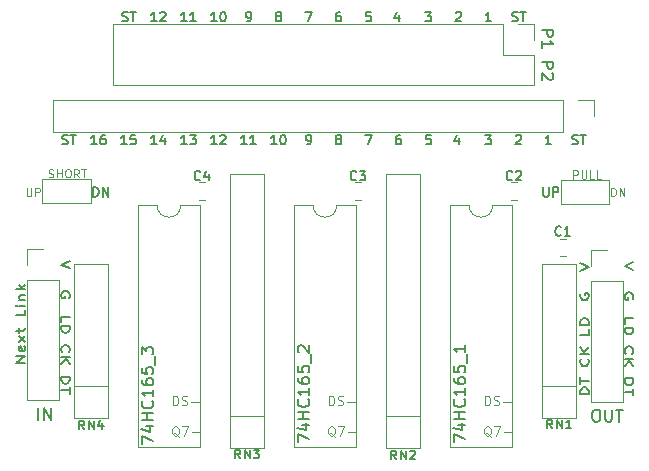
<source format=gbr>
%TF.GenerationSoftware,KiCad,Pcbnew,7.0.1*%
%TF.CreationDate,2023-05-21T17:17:07+09:00*%
%TF.ProjectId,joystick_74hc165_input,6a6f7973-7469-4636-9b5f-373468633136,4*%
%TF.SameCoordinates,Original*%
%TF.FileFunction,Legend,Top*%
%TF.FilePolarity,Positive*%
%FSLAX46Y46*%
G04 Gerber Fmt 4.6, Leading zero omitted, Abs format (unit mm)*
G04 Created by KiCad (PCBNEW 7.0.1) date 2023-05-21 17:17:07*
%MOMM*%
%LPD*%
G01*
G04 APERTURE LIST*
%ADD10C,0.150000*%
%ADD11C,0.100000*%
%ADD12C,0.200000*%
%ADD13C,0.120000*%
G04 APERTURE END LIST*
D10*
X133991366Y-116882943D02*
X134691366Y-116882943D01*
X134691366Y-116882943D02*
X134691366Y-117121038D01*
X134691366Y-117121038D02*
X134658033Y-117263895D01*
X134658033Y-117263895D02*
X134591366Y-117359133D01*
X134591366Y-117359133D02*
X134524700Y-117406752D01*
X134524700Y-117406752D02*
X134391366Y-117454371D01*
X134391366Y-117454371D02*
X134291366Y-117454371D01*
X134291366Y-117454371D02*
X134158033Y-117406752D01*
X134158033Y-117406752D02*
X134091366Y-117359133D01*
X134091366Y-117359133D02*
X134024700Y-117263895D01*
X134024700Y-117263895D02*
X133991366Y-117121038D01*
X133991366Y-117121038D02*
X133991366Y-116882943D01*
X134691366Y-117740086D02*
X134691366Y-118311514D01*
X133991366Y-118025800D02*
X134691366Y-118025800D01*
X134061266Y-97156800D02*
X134175552Y-97194895D01*
X134175552Y-97194895D02*
X134366028Y-97194895D01*
X134366028Y-97194895D02*
X134442219Y-97156800D01*
X134442219Y-97156800D02*
X134480314Y-97118704D01*
X134480314Y-97118704D02*
X134518409Y-97042514D01*
X134518409Y-97042514D02*
X134518409Y-96966323D01*
X134518409Y-96966323D02*
X134480314Y-96890133D01*
X134480314Y-96890133D02*
X134442219Y-96852038D01*
X134442219Y-96852038D02*
X134366028Y-96813942D01*
X134366028Y-96813942D02*
X134213647Y-96775847D01*
X134213647Y-96775847D02*
X134137457Y-96737752D01*
X134137457Y-96737752D02*
X134099362Y-96699657D01*
X134099362Y-96699657D02*
X134061266Y-96623466D01*
X134061266Y-96623466D02*
X134061266Y-96547276D01*
X134061266Y-96547276D02*
X134099362Y-96471085D01*
X134099362Y-96471085D02*
X134137457Y-96432990D01*
X134137457Y-96432990D02*
X134213647Y-96394895D01*
X134213647Y-96394895D02*
X134404124Y-96394895D01*
X134404124Y-96394895D02*
X134518409Y-96432990D01*
X134746981Y-96394895D02*
X135204124Y-96394895D01*
X134975552Y-97194895D02*
X134975552Y-96394895D01*
D11*
X143440286Y-119266895D02*
X143440286Y-118466895D01*
X143440286Y-118466895D02*
X143630762Y-118466895D01*
X143630762Y-118466895D02*
X143745048Y-118504990D01*
X143745048Y-118504990D02*
X143821238Y-118581180D01*
X143821238Y-118581180D02*
X143859333Y-118657371D01*
X143859333Y-118657371D02*
X143897429Y-118809752D01*
X143897429Y-118809752D02*
X143897429Y-118924038D01*
X143897429Y-118924038D02*
X143859333Y-119076419D01*
X143859333Y-119076419D02*
X143821238Y-119152609D01*
X143821238Y-119152609D02*
X143745048Y-119228800D01*
X143745048Y-119228800D02*
X143630762Y-119266895D01*
X143630762Y-119266895D02*
X143440286Y-119266895D01*
X144202190Y-119228800D02*
X144316476Y-119266895D01*
X144316476Y-119266895D02*
X144506952Y-119266895D01*
X144506952Y-119266895D02*
X144583143Y-119228800D01*
X144583143Y-119228800D02*
X144621238Y-119190704D01*
X144621238Y-119190704D02*
X144659333Y-119114514D01*
X144659333Y-119114514D02*
X144659333Y-119038323D01*
X144659333Y-119038323D02*
X144621238Y-118962133D01*
X144621238Y-118962133D02*
X144583143Y-118924038D01*
X144583143Y-118924038D02*
X144506952Y-118885942D01*
X144506952Y-118885942D02*
X144354571Y-118847847D01*
X144354571Y-118847847D02*
X144278381Y-118809752D01*
X144278381Y-118809752D02*
X144240286Y-118771657D01*
X144240286Y-118771657D02*
X144202190Y-118695466D01*
X144202190Y-118695466D02*
X144202190Y-118619276D01*
X144202190Y-118619276D02*
X144240286Y-118543085D01*
X144240286Y-118543085D02*
X144278381Y-118504990D01*
X144278381Y-118504990D02*
X144354571Y-118466895D01*
X144354571Y-118466895D02*
X144545048Y-118466895D01*
X144545048Y-118466895D02*
X144659333Y-118504990D01*
X145002191Y-118962133D02*
X145611715Y-118962133D01*
X143954571Y-121935085D02*
X143878381Y-121896990D01*
X143878381Y-121896990D02*
X143802190Y-121820800D01*
X143802190Y-121820800D02*
X143687904Y-121706514D01*
X143687904Y-121706514D02*
X143611714Y-121668419D01*
X143611714Y-121668419D02*
X143535523Y-121668419D01*
X143573619Y-121858895D02*
X143497428Y-121820800D01*
X143497428Y-121820800D02*
X143421238Y-121744609D01*
X143421238Y-121744609D02*
X143383142Y-121592228D01*
X143383142Y-121592228D02*
X143383142Y-121325561D01*
X143383142Y-121325561D02*
X143421238Y-121173180D01*
X143421238Y-121173180D02*
X143497428Y-121096990D01*
X143497428Y-121096990D02*
X143573619Y-121058895D01*
X143573619Y-121058895D02*
X143726000Y-121058895D01*
X143726000Y-121058895D02*
X143802190Y-121096990D01*
X143802190Y-121096990D02*
X143878381Y-121173180D01*
X143878381Y-121173180D02*
X143916476Y-121325561D01*
X143916476Y-121325561D02*
X143916476Y-121592228D01*
X143916476Y-121592228D02*
X143878381Y-121744609D01*
X143878381Y-121744609D02*
X143802190Y-121820800D01*
X143802190Y-121820800D02*
X143726000Y-121858895D01*
X143726000Y-121858895D02*
X143573619Y-121858895D01*
X144183142Y-121058895D02*
X144716476Y-121058895D01*
X144716476Y-121058895D02*
X144373618Y-121858895D01*
X145021238Y-121554133D02*
X145630762Y-121554133D01*
X169856286Y-119266895D02*
X169856286Y-118466895D01*
X169856286Y-118466895D02*
X170046762Y-118466895D01*
X170046762Y-118466895D02*
X170161048Y-118504990D01*
X170161048Y-118504990D02*
X170237238Y-118581180D01*
X170237238Y-118581180D02*
X170275333Y-118657371D01*
X170275333Y-118657371D02*
X170313429Y-118809752D01*
X170313429Y-118809752D02*
X170313429Y-118924038D01*
X170313429Y-118924038D02*
X170275333Y-119076419D01*
X170275333Y-119076419D02*
X170237238Y-119152609D01*
X170237238Y-119152609D02*
X170161048Y-119228800D01*
X170161048Y-119228800D02*
X170046762Y-119266895D01*
X170046762Y-119266895D02*
X169856286Y-119266895D01*
X170618190Y-119228800D02*
X170732476Y-119266895D01*
X170732476Y-119266895D02*
X170922952Y-119266895D01*
X170922952Y-119266895D02*
X170999143Y-119228800D01*
X170999143Y-119228800D02*
X171037238Y-119190704D01*
X171037238Y-119190704D02*
X171075333Y-119114514D01*
X171075333Y-119114514D02*
X171075333Y-119038323D01*
X171075333Y-119038323D02*
X171037238Y-118962133D01*
X171037238Y-118962133D02*
X170999143Y-118924038D01*
X170999143Y-118924038D02*
X170922952Y-118885942D01*
X170922952Y-118885942D02*
X170770571Y-118847847D01*
X170770571Y-118847847D02*
X170694381Y-118809752D01*
X170694381Y-118809752D02*
X170656286Y-118771657D01*
X170656286Y-118771657D02*
X170618190Y-118695466D01*
X170618190Y-118695466D02*
X170618190Y-118619276D01*
X170618190Y-118619276D02*
X170656286Y-118543085D01*
X170656286Y-118543085D02*
X170694381Y-118504990D01*
X170694381Y-118504990D02*
X170770571Y-118466895D01*
X170770571Y-118466895D02*
X170961048Y-118466895D01*
X170961048Y-118466895D02*
X171075333Y-118504990D01*
X171418191Y-118962133D02*
X172027715Y-118962133D01*
X170370571Y-121935085D02*
X170294381Y-121896990D01*
X170294381Y-121896990D02*
X170218190Y-121820800D01*
X170218190Y-121820800D02*
X170103904Y-121706514D01*
X170103904Y-121706514D02*
X170027714Y-121668419D01*
X170027714Y-121668419D02*
X169951523Y-121668419D01*
X169989619Y-121858895D02*
X169913428Y-121820800D01*
X169913428Y-121820800D02*
X169837238Y-121744609D01*
X169837238Y-121744609D02*
X169799142Y-121592228D01*
X169799142Y-121592228D02*
X169799142Y-121325561D01*
X169799142Y-121325561D02*
X169837238Y-121173180D01*
X169837238Y-121173180D02*
X169913428Y-121096990D01*
X169913428Y-121096990D02*
X169989619Y-121058895D01*
X169989619Y-121058895D02*
X170142000Y-121058895D01*
X170142000Y-121058895D02*
X170218190Y-121096990D01*
X170218190Y-121096990D02*
X170294381Y-121173180D01*
X170294381Y-121173180D02*
X170332476Y-121325561D01*
X170332476Y-121325561D02*
X170332476Y-121592228D01*
X170332476Y-121592228D02*
X170294381Y-121744609D01*
X170294381Y-121744609D02*
X170218190Y-121820800D01*
X170218190Y-121820800D02*
X170142000Y-121858895D01*
X170142000Y-121858895D02*
X169989619Y-121858895D01*
X170599142Y-121058895D02*
X171132476Y-121058895D01*
X171132476Y-121058895D02*
X170789618Y-121858895D01*
X171437238Y-121554133D02*
X172046762Y-121554133D01*
D10*
X136982218Y-97194895D02*
X136525075Y-97194895D01*
X136753647Y-97194895D02*
X136753647Y-96394895D01*
X136753647Y-96394895D02*
X136677456Y-96509180D01*
X136677456Y-96509180D02*
X136601266Y-96585371D01*
X136601266Y-96585371D02*
X136525075Y-96623466D01*
X137667933Y-96394895D02*
X137515552Y-96394895D01*
X137515552Y-96394895D02*
X137439361Y-96432990D01*
X137439361Y-96432990D02*
X137401266Y-96471085D01*
X137401266Y-96471085D02*
X137325076Y-96585371D01*
X137325076Y-96585371D02*
X137286980Y-96737752D01*
X137286980Y-96737752D02*
X137286980Y-97042514D01*
X137286980Y-97042514D02*
X137325076Y-97118704D01*
X137325076Y-97118704D02*
X137363171Y-97156800D01*
X137363171Y-97156800D02*
X137439361Y-97194895D01*
X137439361Y-97194895D02*
X137591742Y-97194895D01*
X137591742Y-97194895D02*
X137667933Y-97156800D01*
X137667933Y-97156800D02*
X137706028Y-97118704D01*
X137706028Y-97118704D02*
X137744123Y-97042514D01*
X137744123Y-97042514D02*
X137744123Y-96852038D01*
X137744123Y-96852038D02*
X137706028Y-96775847D01*
X137706028Y-96775847D02*
X137667933Y-96737752D01*
X137667933Y-96737752D02*
X137591742Y-96699657D01*
X137591742Y-96699657D02*
X137439361Y-96699657D01*
X137439361Y-96699657D02*
X137363171Y-96737752D01*
X137363171Y-96737752D02*
X137325076Y-96775847D01*
X137325076Y-96775847D02*
X137286980Y-96852038D01*
X144602218Y-97194895D02*
X144145075Y-97194895D01*
X144373647Y-97194895D02*
X144373647Y-96394895D01*
X144373647Y-96394895D02*
X144297456Y-96509180D01*
X144297456Y-96509180D02*
X144221266Y-96585371D01*
X144221266Y-96585371D02*
X144145075Y-96623466D01*
X144868885Y-96394895D02*
X145364123Y-96394895D01*
X145364123Y-96394895D02*
X145097457Y-96699657D01*
X145097457Y-96699657D02*
X145211742Y-96699657D01*
X145211742Y-96699657D02*
X145287933Y-96737752D01*
X145287933Y-96737752D02*
X145326028Y-96775847D01*
X145326028Y-96775847D02*
X145364123Y-96852038D01*
X145364123Y-96852038D02*
X145364123Y-97042514D01*
X145364123Y-97042514D02*
X145326028Y-97118704D01*
X145326028Y-97118704D02*
X145287933Y-97156800D01*
X145287933Y-97156800D02*
X145211742Y-97194895D01*
X145211742Y-97194895D02*
X144983171Y-97194895D01*
X144983171Y-97194895D02*
X144906980Y-97156800D01*
X144906980Y-97156800D02*
X144868885Y-97118704D01*
X147142218Y-86780895D02*
X146685075Y-86780895D01*
X146913647Y-86780895D02*
X146913647Y-85980895D01*
X146913647Y-85980895D02*
X146837456Y-86095180D01*
X146837456Y-86095180D02*
X146761266Y-86171371D01*
X146761266Y-86171371D02*
X146685075Y-86209466D01*
X147637457Y-85980895D02*
X147713647Y-85980895D01*
X147713647Y-85980895D02*
X147789838Y-86018990D01*
X147789838Y-86018990D02*
X147827933Y-86057085D01*
X147827933Y-86057085D02*
X147866028Y-86133276D01*
X147866028Y-86133276D02*
X147904123Y-86285657D01*
X147904123Y-86285657D02*
X147904123Y-86476133D01*
X147904123Y-86476133D02*
X147866028Y-86628514D01*
X147866028Y-86628514D02*
X147827933Y-86704704D01*
X147827933Y-86704704D02*
X147789838Y-86742800D01*
X147789838Y-86742800D02*
X147713647Y-86780895D01*
X147713647Y-86780895D02*
X147637457Y-86780895D01*
X147637457Y-86780895D02*
X147561266Y-86742800D01*
X147561266Y-86742800D02*
X147523171Y-86704704D01*
X147523171Y-86704704D02*
X147485076Y-86628514D01*
X147485076Y-86628514D02*
X147446980Y-86476133D01*
X147446980Y-86476133D02*
X147446980Y-86285657D01*
X147446980Y-86285657D02*
X147485076Y-86133276D01*
X147485076Y-86133276D02*
X147523171Y-86057085D01*
X147523171Y-86057085D02*
X147561266Y-86018990D01*
X147561266Y-86018990D02*
X147637457Y-85980895D01*
X152298409Y-86323752D02*
X152222219Y-86285657D01*
X152222219Y-86285657D02*
X152184124Y-86247561D01*
X152184124Y-86247561D02*
X152146028Y-86171371D01*
X152146028Y-86171371D02*
X152146028Y-86133276D01*
X152146028Y-86133276D02*
X152184124Y-86057085D01*
X152184124Y-86057085D02*
X152222219Y-86018990D01*
X152222219Y-86018990D02*
X152298409Y-85980895D01*
X152298409Y-85980895D02*
X152450790Y-85980895D01*
X152450790Y-85980895D02*
X152526981Y-86018990D01*
X152526981Y-86018990D02*
X152565076Y-86057085D01*
X152565076Y-86057085D02*
X152603171Y-86133276D01*
X152603171Y-86133276D02*
X152603171Y-86171371D01*
X152603171Y-86171371D02*
X152565076Y-86247561D01*
X152565076Y-86247561D02*
X152526981Y-86285657D01*
X152526981Y-86285657D02*
X152450790Y-86323752D01*
X152450790Y-86323752D02*
X152298409Y-86323752D01*
X152298409Y-86323752D02*
X152222219Y-86361847D01*
X152222219Y-86361847D02*
X152184124Y-86399942D01*
X152184124Y-86399942D02*
X152146028Y-86476133D01*
X152146028Y-86476133D02*
X152146028Y-86628514D01*
X152146028Y-86628514D02*
X152184124Y-86704704D01*
X152184124Y-86704704D02*
X152222219Y-86742800D01*
X152222219Y-86742800D02*
X152298409Y-86780895D01*
X152298409Y-86780895D02*
X152450790Y-86780895D01*
X152450790Y-86780895D02*
X152526981Y-86742800D01*
X152526981Y-86742800D02*
X152565076Y-86704704D01*
X152565076Y-86704704D02*
X152603171Y-86628514D01*
X152603171Y-86628514D02*
X152603171Y-86476133D01*
X152603171Y-86476133D02*
X152565076Y-86399942D01*
X152565076Y-86399942D02*
X152526981Y-86361847D01*
X152526981Y-86361847D02*
X152450790Y-86323752D01*
X157606981Y-85980895D02*
X157454600Y-85980895D01*
X157454600Y-85980895D02*
X157378409Y-86018990D01*
X157378409Y-86018990D02*
X157340314Y-86057085D01*
X157340314Y-86057085D02*
X157264124Y-86171371D01*
X157264124Y-86171371D02*
X157226028Y-86323752D01*
X157226028Y-86323752D02*
X157226028Y-86628514D01*
X157226028Y-86628514D02*
X157264124Y-86704704D01*
X157264124Y-86704704D02*
X157302219Y-86742800D01*
X157302219Y-86742800D02*
X157378409Y-86780895D01*
X157378409Y-86780895D02*
X157530790Y-86780895D01*
X157530790Y-86780895D02*
X157606981Y-86742800D01*
X157606981Y-86742800D02*
X157645076Y-86704704D01*
X157645076Y-86704704D02*
X157683171Y-86628514D01*
X157683171Y-86628514D02*
X157683171Y-86438038D01*
X157683171Y-86438038D02*
X157645076Y-86361847D01*
X157645076Y-86361847D02*
X157606981Y-86323752D01*
X157606981Y-86323752D02*
X157530790Y-86285657D01*
X157530790Y-86285657D02*
X157378409Y-86285657D01*
X157378409Y-86285657D02*
X157302219Y-86323752D01*
X157302219Y-86323752D02*
X157264124Y-86361847D01*
X157264124Y-86361847D02*
X157226028Y-86438038D01*
X154647933Y-85980895D02*
X155181267Y-85980895D01*
X155181267Y-85980895D02*
X154838409Y-86780895D01*
X149682219Y-86780895D02*
X149834600Y-86780895D01*
X149834600Y-86780895D02*
X149910790Y-86742800D01*
X149910790Y-86742800D02*
X149948886Y-86704704D01*
X149948886Y-86704704D02*
X150025076Y-86590419D01*
X150025076Y-86590419D02*
X150063171Y-86438038D01*
X150063171Y-86438038D02*
X150063171Y-86133276D01*
X150063171Y-86133276D02*
X150025076Y-86057085D01*
X150025076Y-86057085D02*
X149986981Y-86018990D01*
X149986981Y-86018990D02*
X149910790Y-85980895D01*
X149910790Y-85980895D02*
X149758409Y-85980895D01*
X149758409Y-85980895D02*
X149682219Y-86018990D01*
X149682219Y-86018990D02*
X149644124Y-86057085D01*
X149644124Y-86057085D02*
X149606028Y-86133276D01*
X149606028Y-86133276D02*
X149606028Y-86323752D01*
X149606028Y-86323752D02*
X149644124Y-86399942D01*
X149644124Y-86399942D02*
X149682219Y-86438038D01*
X149682219Y-86438038D02*
X149758409Y-86476133D01*
X149758409Y-86476133D02*
X149910790Y-86476133D01*
X149910790Y-86476133D02*
X149986981Y-86438038D01*
X149986981Y-86438038D02*
X150025076Y-86399942D01*
X150025076Y-86399942D02*
X150063171Y-86323752D01*
X162559981Y-86247561D02*
X162559981Y-86780895D01*
X162369505Y-85942800D02*
X162179028Y-86514228D01*
X162179028Y-86514228D02*
X162674267Y-86514228D01*
X167386028Y-86057085D02*
X167424124Y-86018990D01*
X167424124Y-86018990D02*
X167500314Y-85980895D01*
X167500314Y-85980895D02*
X167690790Y-85980895D01*
X167690790Y-85980895D02*
X167766981Y-86018990D01*
X167766981Y-86018990D02*
X167805076Y-86057085D01*
X167805076Y-86057085D02*
X167843171Y-86133276D01*
X167843171Y-86133276D02*
X167843171Y-86209466D01*
X167843171Y-86209466D02*
X167805076Y-86323752D01*
X167805076Y-86323752D02*
X167347933Y-86780895D01*
X167347933Y-86780895D02*
X167843171Y-86780895D01*
X170383171Y-86780895D02*
X169926028Y-86780895D01*
X170154600Y-86780895D02*
X170154600Y-85980895D01*
X170154600Y-85980895D02*
X170078409Y-86095180D01*
X170078409Y-86095180D02*
X170002219Y-86171371D01*
X170002219Y-86171371D02*
X169926028Y-86209466D01*
X160185076Y-85980895D02*
X159804124Y-85980895D01*
X159804124Y-85980895D02*
X159766028Y-86361847D01*
X159766028Y-86361847D02*
X159804124Y-86323752D01*
X159804124Y-86323752D02*
X159880314Y-86285657D01*
X159880314Y-86285657D02*
X160070790Y-86285657D01*
X160070790Y-86285657D02*
X160146981Y-86323752D01*
X160146981Y-86323752D02*
X160185076Y-86361847D01*
X160185076Y-86361847D02*
X160223171Y-86438038D01*
X160223171Y-86438038D02*
X160223171Y-86628514D01*
X160223171Y-86628514D02*
X160185076Y-86704704D01*
X160185076Y-86704704D02*
X160146981Y-86742800D01*
X160146981Y-86742800D02*
X160070790Y-86780895D01*
X160070790Y-86780895D02*
X159880314Y-86780895D01*
X159880314Y-86780895D02*
X159804124Y-86742800D01*
X159804124Y-86742800D02*
X159766028Y-86704704D01*
X144602218Y-86780895D02*
X144145075Y-86780895D01*
X144373647Y-86780895D02*
X144373647Y-85980895D01*
X144373647Y-85980895D02*
X144297456Y-86095180D01*
X144297456Y-86095180D02*
X144221266Y-86171371D01*
X144221266Y-86171371D02*
X144145075Y-86209466D01*
X145364123Y-86780895D02*
X144906980Y-86780895D01*
X145135552Y-86780895D02*
X145135552Y-85980895D01*
X145135552Y-85980895D02*
X145059361Y-86095180D01*
X145059361Y-86095180D02*
X144983171Y-86171371D01*
X144983171Y-86171371D02*
X144906980Y-86209466D01*
X142062218Y-86780895D02*
X141605075Y-86780895D01*
X141833647Y-86780895D02*
X141833647Y-85980895D01*
X141833647Y-85980895D02*
X141757456Y-86095180D01*
X141757456Y-86095180D02*
X141681266Y-86171371D01*
X141681266Y-86171371D02*
X141605075Y-86209466D01*
X142366980Y-86057085D02*
X142405076Y-86018990D01*
X142405076Y-86018990D02*
X142481266Y-85980895D01*
X142481266Y-85980895D02*
X142671742Y-85980895D01*
X142671742Y-85980895D02*
X142747933Y-86018990D01*
X142747933Y-86018990D02*
X142786028Y-86057085D01*
X142786028Y-86057085D02*
X142824123Y-86133276D01*
X142824123Y-86133276D02*
X142824123Y-86209466D01*
X142824123Y-86209466D02*
X142786028Y-86323752D01*
X142786028Y-86323752D02*
X142328885Y-86780895D01*
X142328885Y-86780895D02*
X142824123Y-86780895D01*
X172161266Y-86742800D02*
X172275552Y-86780895D01*
X172275552Y-86780895D02*
X172466028Y-86780895D01*
X172466028Y-86780895D02*
X172542219Y-86742800D01*
X172542219Y-86742800D02*
X172580314Y-86704704D01*
X172580314Y-86704704D02*
X172618409Y-86628514D01*
X172618409Y-86628514D02*
X172618409Y-86552323D01*
X172618409Y-86552323D02*
X172580314Y-86476133D01*
X172580314Y-86476133D02*
X172542219Y-86438038D01*
X172542219Y-86438038D02*
X172466028Y-86399942D01*
X172466028Y-86399942D02*
X172313647Y-86361847D01*
X172313647Y-86361847D02*
X172237457Y-86323752D01*
X172237457Y-86323752D02*
X172199362Y-86285657D01*
X172199362Y-86285657D02*
X172161266Y-86209466D01*
X172161266Y-86209466D02*
X172161266Y-86133276D01*
X172161266Y-86133276D02*
X172199362Y-86057085D01*
X172199362Y-86057085D02*
X172237457Y-86018990D01*
X172237457Y-86018990D02*
X172313647Y-85980895D01*
X172313647Y-85980895D02*
X172504124Y-85980895D01*
X172504124Y-85980895D02*
X172618409Y-86018990D01*
X172846981Y-85980895D02*
X173304124Y-85980895D01*
X173075552Y-86780895D02*
X173075552Y-85980895D01*
X164807933Y-85980895D02*
X165303171Y-85980895D01*
X165303171Y-85980895D02*
X165036505Y-86285657D01*
X165036505Y-86285657D02*
X165150790Y-86285657D01*
X165150790Y-86285657D02*
X165226981Y-86323752D01*
X165226981Y-86323752D02*
X165265076Y-86361847D01*
X165265076Y-86361847D02*
X165303171Y-86438038D01*
X165303171Y-86438038D02*
X165303171Y-86628514D01*
X165303171Y-86628514D02*
X165265076Y-86704704D01*
X165265076Y-86704704D02*
X165226981Y-86742800D01*
X165226981Y-86742800D02*
X165150790Y-86780895D01*
X165150790Y-86780895D02*
X164922219Y-86780895D01*
X164922219Y-86780895D02*
X164846028Y-86742800D01*
X164846028Y-86742800D02*
X164807933Y-86704704D01*
X139141266Y-86742800D02*
X139255552Y-86780895D01*
X139255552Y-86780895D02*
X139446028Y-86780895D01*
X139446028Y-86780895D02*
X139522219Y-86742800D01*
X139522219Y-86742800D02*
X139560314Y-86704704D01*
X139560314Y-86704704D02*
X139598409Y-86628514D01*
X139598409Y-86628514D02*
X139598409Y-86552323D01*
X139598409Y-86552323D02*
X139560314Y-86476133D01*
X139560314Y-86476133D02*
X139522219Y-86438038D01*
X139522219Y-86438038D02*
X139446028Y-86399942D01*
X139446028Y-86399942D02*
X139293647Y-86361847D01*
X139293647Y-86361847D02*
X139217457Y-86323752D01*
X139217457Y-86323752D02*
X139179362Y-86285657D01*
X139179362Y-86285657D02*
X139141266Y-86209466D01*
X139141266Y-86209466D02*
X139141266Y-86133276D01*
X139141266Y-86133276D02*
X139179362Y-86057085D01*
X139179362Y-86057085D02*
X139217457Y-86018990D01*
X139217457Y-86018990D02*
X139293647Y-85980895D01*
X139293647Y-85980895D02*
X139484124Y-85980895D01*
X139484124Y-85980895D02*
X139598409Y-86018990D01*
X139826981Y-85980895D02*
X140284124Y-85980895D01*
X140055552Y-86780895D02*
X140055552Y-85980895D01*
X159727933Y-96394895D02*
X160261267Y-96394895D01*
X160261267Y-96394895D02*
X159918409Y-97194895D01*
X172466028Y-96471085D02*
X172504124Y-96432990D01*
X172504124Y-96432990D02*
X172580314Y-96394895D01*
X172580314Y-96394895D02*
X172770790Y-96394895D01*
X172770790Y-96394895D02*
X172846981Y-96432990D01*
X172846981Y-96432990D02*
X172885076Y-96471085D01*
X172885076Y-96471085D02*
X172923171Y-96547276D01*
X172923171Y-96547276D02*
X172923171Y-96623466D01*
X172923171Y-96623466D02*
X172885076Y-96737752D01*
X172885076Y-96737752D02*
X172427933Y-97194895D01*
X172427933Y-97194895D02*
X172923171Y-97194895D01*
X175463171Y-97194895D02*
X175006028Y-97194895D01*
X175234600Y-97194895D02*
X175234600Y-96394895D01*
X175234600Y-96394895D02*
X175158409Y-96509180D01*
X175158409Y-96509180D02*
X175082219Y-96585371D01*
X175082219Y-96585371D02*
X175006028Y-96623466D01*
X154762219Y-97194895D02*
X154914600Y-97194895D01*
X154914600Y-97194895D02*
X154990790Y-97156800D01*
X154990790Y-97156800D02*
X155028886Y-97118704D01*
X155028886Y-97118704D02*
X155105076Y-97004419D01*
X155105076Y-97004419D02*
X155143171Y-96852038D01*
X155143171Y-96852038D02*
X155143171Y-96547276D01*
X155143171Y-96547276D02*
X155105076Y-96471085D01*
X155105076Y-96471085D02*
X155066981Y-96432990D01*
X155066981Y-96432990D02*
X154990790Y-96394895D01*
X154990790Y-96394895D02*
X154838409Y-96394895D01*
X154838409Y-96394895D02*
X154762219Y-96432990D01*
X154762219Y-96432990D02*
X154724124Y-96471085D01*
X154724124Y-96471085D02*
X154686028Y-96547276D01*
X154686028Y-96547276D02*
X154686028Y-96737752D01*
X154686028Y-96737752D02*
X154724124Y-96813942D01*
X154724124Y-96813942D02*
X154762219Y-96852038D01*
X154762219Y-96852038D02*
X154838409Y-96890133D01*
X154838409Y-96890133D02*
X154990790Y-96890133D01*
X154990790Y-96890133D02*
X155066981Y-96852038D01*
X155066981Y-96852038D02*
X155105076Y-96813942D01*
X155105076Y-96813942D02*
X155143171Y-96737752D01*
X149682218Y-97194895D02*
X149225075Y-97194895D01*
X149453647Y-97194895D02*
X149453647Y-96394895D01*
X149453647Y-96394895D02*
X149377456Y-96509180D01*
X149377456Y-96509180D02*
X149301266Y-96585371D01*
X149301266Y-96585371D02*
X149225075Y-96623466D01*
X150444123Y-97194895D02*
X149986980Y-97194895D01*
X150215552Y-97194895D02*
X150215552Y-96394895D01*
X150215552Y-96394895D02*
X150139361Y-96509180D01*
X150139361Y-96509180D02*
X150063171Y-96585371D01*
X150063171Y-96585371D02*
X149986980Y-96623466D01*
X157378409Y-96737752D02*
X157302219Y-96699657D01*
X157302219Y-96699657D02*
X157264124Y-96661561D01*
X157264124Y-96661561D02*
X157226028Y-96585371D01*
X157226028Y-96585371D02*
X157226028Y-96547276D01*
X157226028Y-96547276D02*
X157264124Y-96471085D01*
X157264124Y-96471085D02*
X157302219Y-96432990D01*
X157302219Y-96432990D02*
X157378409Y-96394895D01*
X157378409Y-96394895D02*
X157530790Y-96394895D01*
X157530790Y-96394895D02*
X157606981Y-96432990D01*
X157606981Y-96432990D02*
X157645076Y-96471085D01*
X157645076Y-96471085D02*
X157683171Y-96547276D01*
X157683171Y-96547276D02*
X157683171Y-96585371D01*
X157683171Y-96585371D02*
X157645076Y-96661561D01*
X157645076Y-96661561D02*
X157606981Y-96699657D01*
X157606981Y-96699657D02*
X157530790Y-96737752D01*
X157530790Y-96737752D02*
X157378409Y-96737752D01*
X157378409Y-96737752D02*
X157302219Y-96775847D01*
X157302219Y-96775847D02*
X157264124Y-96813942D01*
X157264124Y-96813942D02*
X157226028Y-96890133D01*
X157226028Y-96890133D02*
X157226028Y-97042514D01*
X157226028Y-97042514D02*
X157264124Y-97118704D01*
X157264124Y-97118704D02*
X157302219Y-97156800D01*
X157302219Y-97156800D02*
X157378409Y-97194895D01*
X157378409Y-97194895D02*
X157530790Y-97194895D01*
X157530790Y-97194895D02*
X157606981Y-97156800D01*
X157606981Y-97156800D02*
X157645076Y-97118704D01*
X157645076Y-97118704D02*
X157683171Y-97042514D01*
X157683171Y-97042514D02*
X157683171Y-96890133D01*
X157683171Y-96890133D02*
X157645076Y-96813942D01*
X157645076Y-96813942D02*
X157606981Y-96775847D01*
X157606981Y-96775847D02*
X157530790Y-96737752D01*
X152222218Y-97194895D02*
X151765075Y-97194895D01*
X151993647Y-97194895D02*
X151993647Y-96394895D01*
X151993647Y-96394895D02*
X151917456Y-96509180D01*
X151917456Y-96509180D02*
X151841266Y-96585371D01*
X151841266Y-96585371D02*
X151765075Y-96623466D01*
X152717457Y-96394895D02*
X152793647Y-96394895D01*
X152793647Y-96394895D02*
X152869838Y-96432990D01*
X152869838Y-96432990D02*
X152907933Y-96471085D01*
X152907933Y-96471085D02*
X152946028Y-96547276D01*
X152946028Y-96547276D02*
X152984123Y-96699657D01*
X152984123Y-96699657D02*
X152984123Y-96890133D01*
X152984123Y-96890133D02*
X152946028Y-97042514D01*
X152946028Y-97042514D02*
X152907933Y-97118704D01*
X152907933Y-97118704D02*
X152869838Y-97156800D01*
X152869838Y-97156800D02*
X152793647Y-97194895D01*
X152793647Y-97194895D02*
X152717457Y-97194895D01*
X152717457Y-97194895D02*
X152641266Y-97156800D01*
X152641266Y-97156800D02*
X152603171Y-97118704D01*
X152603171Y-97118704D02*
X152565076Y-97042514D01*
X152565076Y-97042514D02*
X152526980Y-96890133D01*
X152526980Y-96890133D02*
X152526980Y-96699657D01*
X152526980Y-96699657D02*
X152565076Y-96547276D01*
X152565076Y-96547276D02*
X152603171Y-96471085D01*
X152603171Y-96471085D02*
X152641266Y-96432990D01*
X152641266Y-96432990D02*
X152717457Y-96394895D01*
X167639981Y-96661561D02*
X167639981Y-97194895D01*
X167449505Y-96356800D02*
X167259028Y-96928228D01*
X167259028Y-96928228D02*
X167754267Y-96928228D01*
X147142218Y-97194895D02*
X146685075Y-97194895D01*
X146913647Y-97194895D02*
X146913647Y-96394895D01*
X146913647Y-96394895D02*
X146837456Y-96509180D01*
X146837456Y-96509180D02*
X146761266Y-96585371D01*
X146761266Y-96585371D02*
X146685075Y-96623466D01*
X147446980Y-96471085D02*
X147485076Y-96432990D01*
X147485076Y-96432990D02*
X147561266Y-96394895D01*
X147561266Y-96394895D02*
X147751742Y-96394895D01*
X147751742Y-96394895D02*
X147827933Y-96432990D01*
X147827933Y-96432990D02*
X147866028Y-96471085D01*
X147866028Y-96471085D02*
X147904123Y-96547276D01*
X147904123Y-96547276D02*
X147904123Y-96623466D01*
X147904123Y-96623466D02*
X147866028Y-96737752D01*
X147866028Y-96737752D02*
X147408885Y-97194895D01*
X147408885Y-97194895D02*
X147904123Y-97194895D01*
X177241266Y-97156800D02*
X177355552Y-97194895D01*
X177355552Y-97194895D02*
X177546028Y-97194895D01*
X177546028Y-97194895D02*
X177622219Y-97156800D01*
X177622219Y-97156800D02*
X177660314Y-97118704D01*
X177660314Y-97118704D02*
X177698409Y-97042514D01*
X177698409Y-97042514D02*
X177698409Y-96966323D01*
X177698409Y-96966323D02*
X177660314Y-96890133D01*
X177660314Y-96890133D02*
X177622219Y-96852038D01*
X177622219Y-96852038D02*
X177546028Y-96813942D01*
X177546028Y-96813942D02*
X177393647Y-96775847D01*
X177393647Y-96775847D02*
X177317457Y-96737752D01*
X177317457Y-96737752D02*
X177279362Y-96699657D01*
X177279362Y-96699657D02*
X177241266Y-96623466D01*
X177241266Y-96623466D02*
X177241266Y-96547276D01*
X177241266Y-96547276D02*
X177279362Y-96471085D01*
X177279362Y-96471085D02*
X177317457Y-96432990D01*
X177317457Y-96432990D02*
X177393647Y-96394895D01*
X177393647Y-96394895D02*
X177584124Y-96394895D01*
X177584124Y-96394895D02*
X177698409Y-96432990D01*
X177926981Y-96394895D02*
X178384124Y-96394895D01*
X178155552Y-97194895D02*
X178155552Y-96394895D01*
X169887933Y-96394895D02*
X170383171Y-96394895D01*
X170383171Y-96394895D02*
X170116505Y-96699657D01*
X170116505Y-96699657D02*
X170230790Y-96699657D01*
X170230790Y-96699657D02*
X170306981Y-96737752D01*
X170306981Y-96737752D02*
X170345076Y-96775847D01*
X170345076Y-96775847D02*
X170383171Y-96852038D01*
X170383171Y-96852038D02*
X170383171Y-97042514D01*
X170383171Y-97042514D02*
X170345076Y-97118704D01*
X170345076Y-97118704D02*
X170306981Y-97156800D01*
X170306981Y-97156800D02*
X170230790Y-97194895D01*
X170230790Y-97194895D02*
X170002219Y-97194895D01*
X170002219Y-97194895D02*
X169926028Y-97156800D01*
X169926028Y-97156800D02*
X169887933Y-97118704D01*
X165265076Y-96394895D02*
X164884124Y-96394895D01*
X164884124Y-96394895D02*
X164846028Y-96775847D01*
X164846028Y-96775847D02*
X164884124Y-96737752D01*
X164884124Y-96737752D02*
X164960314Y-96699657D01*
X164960314Y-96699657D02*
X165150790Y-96699657D01*
X165150790Y-96699657D02*
X165226981Y-96737752D01*
X165226981Y-96737752D02*
X165265076Y-96775847D01*
X165265076Y-96775847D02*
X165303171Y-96852038D01*
X165303171Y-96852038D02*
X165303171Y-97042514D01*
X165303171Y-97042514D02*
X165265076Y-97118704D01*
X165265076Y-97118704D02*
X165226981Y-97156800D01*
X165226981Y-97156800D02*
X165150790Y-97194895D01*
X165150790Y-97194895D02*
X164960314Y-97194895D01*
X164960314Y-97194895D02*
X164884124Y-97156800D01*
X164884124Y-97156800D02*
X164846028Y-97118704D01*
X162686981Y-96394895D02*
X162534600Y-96394895D01*
X162534600Y-96394895D02*
X162458409Y-96432990D01*
X162458409Y-96432990D02*
X162420314Y-96471085D01*
X162420314Y-96471085D02*
X162344124Y-96585371D01*
X162344124Y-96585371D02*
X162306028Y-96737752D01*
X162306028Y-96737752D02*
X162306028Y-97042514D01*
X162306028Y-97042514D02*
X162344124Y-97118704D01*
X162344124Y-97118704D02*
X162382219Y-97156800D01*
X162382219Y-97156800D02*
X162458409Y-97194895D01*
X162458409Y-97194895D02*
X162610790Y-97194895D01*
X162610790Y-97194895D02*
X162686981Y-97156800D01*
X162686981Y-97156800D02*
X162725076Y-97118704D01*
X162725076Y-97118704D02*
X162763171Y-97042514D01*
X162763171Y-97042514D02*
X162763171Y-96852038D01*
X162763171Y-96852038D02*
X162725076Y-96775847D01*
X162725076Y-96775847D02*
X162686981Y-96737752D01*
X162686981Y-96737752D02*
X162610790Y-96699657D01*
X162610790Y-96699657D02*
X162458409Y-96699657D01*
X162458409Y-96699657D02*
X162382219Y-96737752D01*
X162382219Y-96737752D02*
X162344124Y-96775847D01*
X162344124Y-96775847D02*
X162306028Y-96852038D01*
X181692566Y-112382323D02*
X181692566Y-111906133D01*
X181692566Y-111906133D02*
X182392566Y-111906133D01*
X181692566Y-112715657D02*
X182392566Y-112715657D01*
X182392566Y-112715657D02*
X182392566Y-112953752D01*
X182392566Y-112953752D02*
X182359233Y-113096609D01*
X182359233Y-113096609D02*
X182292566Y-113191847D01*
X182292566Y-113191847D02*
X182225900Y-113239466D01*
X182225900Y-113239466D02*
X182092566Y-113287085D01*
X182092566Y-113287085D02*
X181992566Y-113287085D01*
X181992566Y-113287085D02*
X181859233Y-113239466D01*
X181859233Y-113239466D02*
X181792566Y-113191847D01*
X181792566Y-113191847D02*
X181725900Y-113096609D01*
X181725900Y-113096609D02*
X181692566Y-112953752D01*
X181692566Y-112953752D02*
X181692566Y-112715657D01*
X134658033Y-110167704D02*
X134691366Y-110072466D01*
X134691366Y-110072466D02*
X134691366Y-109929609D01*
X134691366Y-109929609D02*
X134658033Y-109786752D01*
X134658033Y-109786752D02*
X134591366Y-109691514D01*
X134591366Y-109691514D02*
X134524700Y-109643895D01*
X134524700Y-109643895D02*
X134391366Y-109596276D01*
X134391366Y-109596276D02*
X134291366Y-109596276D01*
X134291366Y-109596276D02*
X134158033Y-109643895D01*
X134158033Y-109643895D02*
X134091366Y-109691514D01*
X134091366Y-109691514D02*
X134024700Y-109786752D01*
X134024700Y-109786752D02*
X133991366Y-109929609D01*
X133991366Y-109929609D02*
X133991366Y-110024847D01*
X133991366Y-110024847D02*
X134024700Y-110167704D01*
X134024700Y-110167704D02*
X134058033Y-110215323D01*
X134058033Y-110215323D02*
X134291366Y-110215323D01*
X134291366Y-110215323D02*
X134291366Y-110024847D01*
X178631833Y-112814076D02*
X178631833Y-113290266D01*
X178631833Y-113290266D02*
X177931833Y-113290266D01*
X178631833Y-112480742D02*
X177931833Y-112480742D01*
X177931833Y-112480742D02*
X177931833Y-112242647D01*
X177931833Y-112242647D02*
X177965166Y-112099790D01*
X177965166Y-112099790D02*
X178031833Y-112004552D01*
X178031833Y-112004552D02*
X178098500Y-111956933D01*
X178098500Y-111956933D02*
X178231833Y-111909314D01*
X178231833Y-111909314D02*
X178331833Y-111909314D01*
X178331833Y-111909314D02*
X178465166Y-111956933D01*
X178465166Y-111956933D02*
X178531833Y-112004552D01*
X178531833Y-112004552D02*
X178598500Y-112099790D01*
X178598500Y-112099790D02*
X178631833Y-112242647D01*
X178631833Y-112242647D02*
X178631833Y-112480742D01*
X133991366Y-112255323D02*
X133991366Y-111779133D01*
X133991366Y-111779133D02*
X134691366Y-111779133D01*
X133991366Y-112588657D02*
X134691366Y-112588657D01*
X134691366Y-112588657D02*
X134691366Y-112826752D01*
X134691366Y-112826752D02*
X134658033Y-112969609D01*
X134658033Y-112969609D02*
X134591366Y-113064847D01*
X134591366Y-113064847D02*
X134524700Y-113112466D01*
X134524700Y-113112466D02*
X134391366Y-113160085D01*
X134391366Y-113160085D02*
X134291366Y-113160085D01*
X134291366Y-113160085D02*
X134158033Y-113112466D01*
X134158033Y-113112466D02*
X134091366Y-113064847D01*
X134091366Y-113064847D02*
X134024700Y-112969609D01*
X134024700Y-112969609D02*
X133991366Y-112826752D01*
X133991366Y-112826752D02*
X133991366Y-112588657D01*
X179187600Y-119655419D02*
X179378076Y-119655419D01*
X179378076Y-119655419D02*
X179473314Y-119703038D01*
X179473314Y-119703038D02*
X179568552Y-119798276D01*
X179568552Y-119798276D02*
X179616171Y-119988752D01*
X179616171Y-119988752D02*
X179616171Y-120322085D01*
X179616171Y-120322085D02*
X179568552Y-120512561D01*
X179568552Y-120512561D02*
X179473314Y-120607800D01*
X179473314Y-120607800D02*
X179378076Y-120655419D01*
X179378076Y-120655419D02*
X179187600Y-120655419D01*
X179187600Y-120655419D02*
X179092362Y-120607800D01*
X179092362Y-120607800D02*
X178997124Y-120512561D01*
X178997124Y-120512561D02*
X178949505Y-120322085D01*
X178949505Y-120322085D02*
X178949505Y-119988752D01*
X178949505Y-119988752D02*
X178997124Y-119798276D01*
X178997124Y-119798276D02*
X179092362Y-119703038D01*
X179092362Y-119703038D02*
X179187600Y-119655419D01*
X180044743Y-119655419D02*
X180044743Y-120464942D01*
X180044743Y-120464942D02*
X180092362Y-120560180D01*
X180092362Y-120560180D02*
X180139981Y-120607800D01*
X180139981Y-120607800D02*
X180235219Y-120655419D01*
X180235219Y-120655419D02*
X180425695Y-120655419D01*
X180425695Y-120655419D02*
X180520933Y-120607800D01*
X180520933Y-120607800D02*
X180568552Y-120560180D01*
X180568552Y-120560180D02*
X180616171Y-120464942D01*
X180616171Y-120464942D02*
X180616171Y-119655419D01*
X180949505Y-119655419D02*
X181520933Y-119655419D01*
X181235219Y-120655419D02*
X181235219Y-119655419D01*
X178565166Y-115354076D02*
X178598500Y-115401695D01*
X178598500Y-115401695D02*
X178631833Y-115544552D01*
X178631833Y-115544552D02*
X178631833Y-115639790D01*
X178631833Y-115639790D02*
X178598500Y-115782647D01*
X178598500Y-115782647D02*
X178531833Y-115877885D01*
X178531833Y-115877885D02*
X178465166Y-115925504D01*
X178465166Y-115925504D02*
X178331833Y-115973123D01*
X178331833Y-115973123D02*
X178231833Y-115973123D01*
X178231833Y-115973123D02*
X178098500Y-115925504D01*
X178098500Y-115925504D02*
X178031833Y-115877885D01*
X178031833Y-115877885D02*
X177965166Y-115782647D01*
X177965166Y-115782647D02*
X177931833Y-115639790D01*
X177931833Y-115639790D02*
X177931833Y-115544552D01*
X177931833Y-115544552D02*
X177965166Y-115401695D01*
X177965166Y-115401695D02*
X177998500Y-115354076D01*
X178631833Y-114925504D02*
X177931833Y-114925504D01*
X178631833Y-114354076D02*
X178231833Y-114782647D01*
X177931833Y-114354076D02*
X178331833Y-114925504D01*
X134058033Y-114795323D02*
X134024700Y-114747704D01*
X134024700Y-114747704D02*
X133991366Y-114604847D01*
X133991366Y-114604847D02*
X133991366Y-114509609D01*
X133991366Y-114509609D02*
X134024700Y-114366752D01*
X134024700Y-114366752D02*
X134091366Y-114271514D01*
X134091366Y-114271514D02*
X134158033Y-114223895D01*
X134158033Y-114223895D02*
X134291366Y-114176276D01*
X134291366Y-114176276D02*
X134391366Y-114176276D01*
X134391366Y-114176276D02*
X134524700Y-114223895D01*
X134524700Y-114223895D02*
X134591366Y-114271514D01*
X134591366Y-114271514D02*
X134658033Y-114366752D01*
X134658033Y-114366752D02*
X134691366Y-114509609D01*
X134691366Y-114509609D02*
X134691366Y-114604847D01*
X134691366Y-114604847D02*
X134658033Y-114747704D01*
X134658033Y-114747704D02*
X134624700Y-114795323D01*
X133991366Y-115223895D02*
X134691366Y-115223895D01*
X133991366Y-115795323D02*
X134391366Y-115366752D01*
X134691366Y-115795323D02*
X134291366Y-115223895D01*
D11*
X132917600Y-99960100D02*
X133017600Y-99993433D01*
X133017600Y-99993433D02*
X133184267Y-99993433D01*
X133184267Y-99993433D02*
X133250933Y-99960100D01*
X133250933Y-99960100D02*
X133284267Y-99926766D01*
X133284267Y-99926766D02*
X133317600Y-99860100D01*
X133317600Y-99860100D02*
X133317600Y-99793433D01*
X133317600Y-99793433D02*
X133284267Y-99726766D01*
X133284267Y-99726766D02*
X133250933Y-99693433D01*
X133250933Y-99693433D02*
X133184267Y-99660100D01*
X133184267Y-99660100D02*
X133050933Y-99626766D01*
X133050933Y-99626766D02*
X132984267Y-99593433D01*
X132984267Y-99593433D02*
X132950933Y-99560100D01*
X132950933Y-99560100D02*
X132917600Y-99493433D01*
X132917600Y-99493433D02*
X132917600Y-99426766D01*
X132917600Y-99426766D02*
X132950933Y-99360100D01*
X132950933Y-99360100D02*
X132984267Y-99326766D01*
X132984267Y-99326766D02*
X133050933Y-99293433D01*
X133050933Y-99293433D02*
X133217600Y-99293433D01*
X133217600Y-99293433D02*
X133317600Y-99326766D01*
X133617600Y-99993433D02*
X133617600Y-99293433D01*
X133617600Y-99626766D02*
X134017600Y-99626766D01*
X134017600Y-99993433D02*
X134017600Y-99293433D01*
X134484267Y-99293433D02*
X134617600Y-99293433D01*
X134617600Y-99293433D02*
X134684267Y-99326766D01*
X134684267Y-99326766D02*
X134750933Y-99393433D01*
X134750933Y-99393433D02*
X134784267Y-99526766D01*
X134784267Y-99526766D02*
X134784267Y-99760100D01*
X134784267Y-99760100D02*
X134750933Y-99893433D01*
X134750933Y-99893433D02*
X134684267Y-99960100D01*
X134684267Y-99960100D02*
X134617600Y-99993433D01*
X134617600Y-99993433D02*
X134484267Y-99993433D01*
X134484267Y-99993433D02*
X134417600Y-99960100D01*
X134417600Y-99960100D02*
X134350933Y-99893433D01*
X134350933Y-99893433D02*
X134317600Y-99760100D01*
X134317600Y-99760100D02*
X134317600Y-99526766D01*
X134317600Y-99526766D02*
X134350933Y-99393433D01*
X134350933Y-99393433D02*
X134417600Y-99326766D01*
X134417600Y-99326766D02*
X134484267Y-99293433D01*
X135484266Y-99993433D02*
X135250933Y-99660100D01*
X135084266Y-99993433D02*
X135084266Y-99293433D01*
X135084266Y-99293433D02*
X135350933Y-99293433D01*
X135350933Y-99293433D02*
X135417600Y-99326766D01*
X135417600Y-99326766D02*
X135450933Y-99360100D01*
X135450933Y-99360100D02*
X135484266Y-99426766D01*
X135484266Y-99426766D02*
X135484266Y-99526766D01*
X135484266Y-99526766D02*
X135450933Y-99593433D01*
X135450933Y-99593433D02*
X135417600Y-99626766D01*
X135417600Y-99626766D02*
X135350933Y-99660100D01*
X135350933Y-99660100D02*
X135084266Y-99660100D01*
X135684266Y-99293433D02*
X136084266Y-99293433D01*
X135884266Y-99993433D02*
X135884266Y-99293433D01*
D10*
X177931833Y-107876932D02*
X178631833Y-107543599D01*
X178631833Y-107543599D02*
X177931833Y-107210266D01*
X139522218Y-97194895D02*
X139065075Y-97194895D01*
X139293647Y-97194895D02*
X139293647Y-96394895D01*
X139293647Y-96394895D02*
X139217456Y-96509180D01*
X139217456Y-96509180D02*
X139141266Y-96585371D01*
X139141266Y-96585371D02*
X139065075Y-96623466D01*
X140246028Y-96394895D02*
X139865076Y-96394895D01*
X139865076Y-96394895D02*
X139826980Y-96775847D01*
X139826980Y-96775847D02*
X139865076Y-96737752D01*
X139865076Y-96737752D02*
X139941266Y-96699657D01*
X139941266Y-96699657D02*
X140131742Y-96699657D01*
X140131742Y-96699657D02*
X140207933Y-96737752D01*
X140207933Y-96737752D02*
X140246028Y-96775847D01*
X140246028Y-96775847D02*
X140284123Y-96852038D01*
X140284123Y-96852038D02*
X140284123Y-97042514D01*
X140284123Y-97042514D02*
X140246028Y-97118704D01*
X140246028Y-97118704D02*
X140207933Y-97156800D01*
X140207933Y-97156800D02*
X140131742Y-97194895D01*
X140131742Y-97194895D02*
X139941266Y-97194895D01*
X139941266Y-97194895D02*
X139865076Y-97156800D01*
X139865076Y-97156800D02*
X139826980Y-97118704D01*
X182392566Y-107159467D02*
X181692566Y-107492800D01*
X181692566Y-107492800D02*
X182392566Y-107826133D01*
X134691366Y-107032467D02*
X133991366Y-107365800D01*
X133991366Y-107365800D02*
X134691366Y-107699133D01*
X130879833Y-115706114D02*
X130179833Y-115706114D01*
X130179833Y-115706114D02*
X130879833Y-115134686D01*
X130879833Y-115134686D02*
X130179833Y-115134686D01*
X130846500Y-114277543D02*
X130879833Y-114372781D01*
X130879833Y-114372781D02*
X130879833Y-114563257D01*
X130879833Y-114563257D02*
X130846500Y-114658495D01*
X130846500Y-114658495D02*
X130779833Y-114706114D01*
X130779833Y-114706114D02*
X130513166Y-114706114D01*
X130513166Y-114706114D02*
X130446500Y-114658495D01*
X130446500Y-114658495D02*
X130413166Y-114563257D01*
X130413166Y-114563257D02*
X130413166Y-114372781D01*
X130413166Y-114372781D02*
X130446500Y-114277543D01*
X130446500Y-114277543D02*
X130513166Y-114229924D01*
X130513166Y-114229924D02*
X130579833Y-114229924D01*
X130579833Y-114229924D02*
X130646500Y-114706114D01*
X130879833Y-113896590D02*
X130413166Y-113372781D01*
X130413166Y-113896590D02*
X130879833Y-113372781D01*
X130413166Y-113134685D02*
X130413166Y-112753733D01*
X130179833Y-112991828D02*
X130779833Y-112991828D01*
X130779833Y-112991828D02*
X130846500Y-112944209D01*
X130846500Y-112944209D02*
X130879833Y-112848971D01*
X130879833Y-112848971D02*
X130879833Y-112753733D01*
X130879833Y-111182304D02*
X130879833Y-111658494D01*
X130879833Y-111658494D02*
X130179833Y-111658494D01*
X130879833Y-110848970D02*
X130413166Y-110848970D01*
X130179833Y-110848970D02*
X130213166Y-110896589D01*
X130213166Y-110896589D02*
X130246500Y-110848970D01*
X130246500Y-110848970D02*
X130213166Y-110801351D01*
X130213166Y-110801351D02*
X130179833Y-110848970D01*
X130179833Y-110848970D02*
X130246500Y-110848970D01*
X130413166Y-110372780D02*
X130879833Y-110372780D01*
X130479833Y-110372780D02*
X130446500Y-110325161D01*
X130446500Y-110325161D02*
X130413166Y-110229923D01*
X130413166Y-110229923D02*
X130413166Y-110087066D01*
X130413166Y-110087066D02*
X130446500Y-109991828D01*
X130446500Y-109991828D02*
X130513166Y-109944209D01*
X130513166Y-109944209D02*
X130879833Y-109944209D01*
X130879833Y-109468018D02*
X130179833Y-109468018D01*
X130613166Y-109372780D02*
X130879833Y-109087066D01*
X130413166Y-109087066D02*
X130679833Y-109468018D01*
X132038791Y-120528419D02*
X132038791Y-119528419D01*
X132514981Y-120528419D02*
X132514981Y-119528419D01*
X132514981Y-119528419D02*
X133086409Y-120528419D01*
X133086409Y-120528419D02*
X133086409Y-119528419D01*
X181692566Y-117009943D02*
X182392566Y-117009943D01*
X182392566Y-117009943D02*
X182392566Y-117248038D01*
X182392566Y-117248038D02*
X182359233Y-117390895D01*
X182359233Y-117390895D02*
X182292566Y-117486133D01*
X182292566Y-117486133D02*
X182225900Y-117533752D01*
X182225900Y-117533752D02*
X182092566Y-117581371D01*
X182092566Y-117581371D02*
X181992566Y-117581371D01*
X181992566Y-117581371D02*
X181859233Y-117533752D01*
X181859233Y-117533752D02*
X181792566Y-117486133D01*
X181792566Y-117486133D02*
X181725900Y-117390895D01*
X181725900Y-117390895D02*
X181692566Y-117248038D01*
X181692566Y-117248038D02*
X181692566Y-117009943D01*
X182392566Y-117867086D02*
X182392566Y-118438514D01*
X181692566Y-118152800D02*
X182392566Y-118152800D01*
X177965166Y-109821695D02*
X177931833Y-109916933D01*
X177931833Y-109916933D02*
X177931833Y-110059790D01*
X177931833Y-110059790D02*
X177965166Y-110202647D01*
X177965166Y-110202647D02*
X178031833Y-110297885D01*
X178031833Y-110297885D02*
X178098500Y-110345504D01*
X178098500Y-110345504D02*
X178231833Y-110393123D01*
X178231833Y-110393123D02*
X178331833Y-110393123D01*
X178331833Y-110393123D02*
X178465166Y-110345504D01*
X178465166Y-110345504D02*
X178531833Y-110297885D01*
X178531833Y-110297885D02*
X178598500Y-110202647D01*
X178598500Y-110202647D02*
X178631833Y-110059790D01*
X178631833Y-110059790D02*
X178631833Y-109964552D01*
X178631833Y-109964552D02*
X178598500Y-109821695D01*
X178598500Y-109821695D02*
X178565166Y-109774076D01*
X178565166Y-109774076D02*
X178331833Y-109774076D01*
X178331833Y-109774076D02*
X178331833Y-109964552D01*
X182359233Y-110294704D02*
X182392566Y-110199466D01*
X182392566Y-110199466D02*
X182392566Y-110056609D01*
X182392566Y-110056609D02*
X182359233Y-109913752D01*
X182359233Y-109913752D02*
X182292566Y-109818514D01*
X182292566Y-109818514D02*
X182225900Y-109770895D01*
X182225900Y-109770895D02*
X182092566Y-109723276D01*
X182092566Y-109723276D02*
X181992566Y-109723276D01*
X181992566Y-109723276D02*
X181859233Y-109770895D01*
X181859233Y-109770895D02*
X181792566Y-109818514D01*
X181792566Y-109818514D02*
X181725900Y-109913752D01*
X181725900Y-109913752D02*
X181692566Y-110056609D01*
X181692566Y-110056609D02*
X181692566Y-110151847D01*
X181692566Y-110151847D02*
X181725900Y-110294704D01*
X181725900Y-110294704D02*
X181759233Y-110342323D01*
X181759233Y-110342323D02*
X181992566Y-110342323D01*
X181992566Y-110342323D02*
X181992566Y-110151847D01*
X178631833Y-118346456D02*
X177931833Y-118346456D01*
X177931833Y-118346456D02*
X177931833Y-118108361D01*
X177931833Y-118108361D02*
X177965166Y-117965504D01*
X177965166Y-117965504D02*
X178031833Y-117870266D01*
X178031833Y-117870266D02*
X178098500Y-117822647D01*
X178098500Y-117822647D02*
X178231833Y-117775028D01*
X178231833Y-117775028D02*
X178331833Y-117775028D01*
X178331833Y-117775028D02*
X178465166Y-117822647D01*
X178465166Y-117822647D02*
X178531833Y-117870266D01*
X178531833Y-117870266D02*
X178598500Y-117965504D01*
X178598500Y-117965504D02*
X178631833Y-118108361D01*
X178631833Y-118108361D02*
X178631833Y-118346456D01*
X177931833Y-117489313D02*
X177931833Y-116917885D01*
X178631833Y-117203599D02*
X177931833Y-117203599D01*
D11*
X177343733Y-100095033D02*
X177343733Y-99395033D01*
X177343733Y-99395033D02*
X177610400Y-99395033D01*
X177610400Y-99395033D02*
X177677067Y-99428366D01*
X177677067Y-99428366D02*
X177710400Y-99461700D01*
X177710400Y-99461700D02*
X177743733Y-99528366D01*
X177743733Y-99528366D02*
X177743733Y-99628366D01*
X177743733Y-99628366D02*
X177710400Y-99695033D01*
X177710400Y-99695033D02*
X177677067Y-99728366D01*
X177677067Y-99728366D02*
X177610400Y-99761700D01*
X177610400Y-99761700D02*
X177343733Y-99761700D01*
X178043733Y-99395033D02*
X178043733Y-99961700D01*
X178043733Y-99961700D02*
X178077067Y-100028366D01*
X178077067Y-100028366D02*
X178110400Y-100061700D01*
X178110400Y-100061700D02*
X178177067Y-100095033D01*
X178177067Y-100095033D02*
X178310400Y-100095033D01*
X178310400Y-100095033D02*
X178377067Y-100061700D01*
X178377067Y-100061700D02*
X178410400Y-100028366D01*
X178410400Y-100028366D02*
X178443733Y-99961700D01*
X178443733Y-99961700D02*
X178443733Y-99395033D01*
X179110400Y-100095033D02*
X178777066Y-100095033D01*
X178777066Y-100095033D02*
X178777066Y-99395033D01*
X179677067Y-100095033D02*
X179343733Y-100095033D01*
X179343733Y-100095033D02*
X179343733Y-99395033D01*
X156648286Y-119266895D02*
X156648286Y-118466895D01*
X156648286Y-118466895D02*
X156838762Y-118466895D01*
X156838762Y-118466895D02*
X156953048Y-118504990D01*
X156953048Y-118504990D02*
X157029238Y-118581180D01*
X157029238Y-118581180D02*
X157067333Y-118657371D01*
X157067333Y-118657371D02*
X157105429Y-118809752D01*
X157105429Y-118809752D02*
X157105429Y-118924038D01*
X157105429Y-118924038D02*
X157067333Y-119076419D01*
X157067333Y-119076419D02*
X157029238Y-119152609D01*
X157029238Y-119152609D02*
X156953048Y-119228800D01*
X156953048Y-119228800D02*
X156838762Y-119266895D01*
X156838762Y-119266895D02*
X156648286Y-119266895D01*
X157410190Y-119228800D02*
X157524476Y-119266895D01*
X157524476Y-119266895D02*
X157714952Y-119266895D01*
X157714952Y-119266895D02*
X157791143Y-119228800D01*
X157791143Y-119228800D02*
X157829238Y-119190704D01*
X157829238Y-119190704D02*
X157867333Y-119114514D01*
X157867333Y-119114514D02*
X157867333Y-119038323D01*
X157867333Y-119038323D02*
X157829238Y-118962133D01*
X157829238Y-118962133D02*
X157791143Y-118924038D01*
X157791143Y-118924038D02*
X157714952Y-118885942D01*
X157714952Y-118885942D02*
X157562571Y-118847847D01*
X157562571Y-118847847D02*
X157486381Y-118809752D01*
X157486381Y-118809752D02*
X157448286Y-118771657D01*
X157448286Y-118771657D02*
X157410190Y-118695466D01*
X157410190Y-118695466D02*
X157410190Y-118619276D01*
X157410190Y-118619276D02*
X157448286Y-118543085D01*
X157448286Y-118543085D02*
X157486381Y-118504990D01*
X157486381Y-118504990D02*
X157562571Y-118466895D01*
X157562571Y-118466895D02*
X157753048Y-118466895D01*
X157753048Y-118466895D02*
X157867333Y-118504990D01*
X158210191Y-118962133D02*
X158819715Y-118962133D01*
X157162571Y-121935085D02*
X157086381Y-121896990D01*
X157086381Y-121896990D02*
X157010190Y-121820800D01*
X157010190Y-121820800D02*
X156895904Y-121706514D01*
X156895904Y-121706514D02*
X156819714Y-121668419D01*
X156819714Y-121668419D02*
X156743523Y-121668419D01*
X156781619Y-121858895D02*
X156705428Y-121820800D01*
X156705428Y-121820800D02*
X156629238Y-121744609D01*
X156629238Y-121744609D02*
X156591142Y-121592228D01*
X156591142Y-121592228D02*
X156591142Y-121325561D01*
X156591142Y-121325561D02*
X156629238Y-121173180D01*
X156629238Y-121173180D02*
X156705428Y-121096990D01*
X156705428Y-121096990D02*
X156781619Y-121058895D01*
X156781619Y-121058895D02*
X156934000Y-121058895D01*
X156934000Y-121058895D02*
X157010190Y-121096990D01*
X157010190Y-121096990D02*
X157086381Y-121173180D01*
X157086381Y-121173180D02*
X157124476Y-121325561D01*
X157124476Y-121325561D02*
X157124476Y-121592228D01*
X157124476Y-121592228D02*
X157086381Y-121744609D01*
X157086381Y-121744609D02*
X157010190Y-121820800D01*
X157010190Y-121820800D02*
X156934000Y-121858895D01*
X156934000Y-121858895D02*
X156781619Y-121858895D01*
X157391142Y-121058895D02*
X157924476Y-121058895D01*
X157924476Y-121058895D02*
X157581618Y-121858895D01*
X158229238Y-121554133D02*
X158838762Y-121554133D01*
D10*
X181759233Y-114922323D02*
X181725900Y-114874704D01*
X181725900Y-114874704D02*
X181692566Y-114731847D01*
X181692566Y-114731847D02*
X181692566Y-114636609D01*
X181692566Y-114636609D02*
X181725900Y-114493752D01*
X181725900Y-114493752D02*
X181792566Y-114398514D01*
X181792566Y-114398514D02*
X181859233Y-114350895D01*
X181859233Y-114350895D02*
X181992566Y-114303276D01*
X181992566Y-114303276D02*
X182092566Y-114303276D01*
X182092566Y-114303276D02*
X182225900Y-114350895D01*
X182225900Y-114350895D02*
X182292566Y-114398514D01*
X182292566Y-114398514D02*
X182359233Y-114493752D01*
X182359233Y-114493752D02*
X182392566Y-114636609D01*
X182392566Y-114636609D02*
X182392566Y-114731847D01*
X182392566Y-114731847D02*
X182359233Y-114874704D01*
X182359233Y-114874704D02*
X182325900Y-114922323D01*
X181692566Y-115350895D02*
X182392566Y-115350895D01*
X181692566Y-115922323D02*
X182092566Y-115493752D01*
X182392566Y-115922323D02*
X181992566Y-115350895D01*
X142062218Y-97194895D02*
X141605075Y-97194895D01*
X141833647Y-97194895D02*
X141833647Y-96394895D01*
X141833647Y-96394895D02*
X141757456Y-96509180D01*
X141757456Y-96509180D02*
X141681266Y-96585371D01*
X141681266Y-96585371D02*
X141605075Y-96623466D01*
X142747933Y-96661561D02*
X142747933Y-97194895D01*
X142557457Y-96356800D02*
X142366980Y-96928228D01*
X142366980Y-96928228D02*
X142862219Y-96928228D01*
X174644980Y-87490562D02*
X175644980Y-87490562D01*
X175644980Y-87490562D02*
X175644980Y-87871514D01*
X175644980Y-87871514D02*
X175597361Y-87966752D01*
X175597361Y-87966752D02*
X175549742Y-88014371D01*
X175549742Y-88014371D02*
X175454504Y-88061990D01*
X175454504Y-88061990D02*
X175311647Y-88061990D01*
X175311647Y-88061990D02*
X175216409Y-88014371D01*
X175216409Y-88014371D02*
X175168790Y-87966752D01*
X175168790Y-87966752D02*
X175121171Y-87871514D01*
X175121171Y-87871514D02*
X175121171Y-87490562D01*
X174644980Y-89014371D02*
X174644980Y-88442943D01*
X174644980Y-88728657D02*
X175644980Y-88728657D01*
X175644980Y-88728657D02*
X175502123Y-88633419D01*
X175502123Y-88633419D02*
X175406885Y-88538181D01*
X175406885Y-88538181D02*
X175359266Y-88442943D01*
X174644980Y-90204848D02*
X175644980Y-90204848D01*
X175644980Y-90204848D02*
X175644980Y-90585800D01*
X175644980Y-90585800D02*
X175597361Y-90681038D01*
X175597361Y-90681038D02*
X175549742Y-90728657D01*
X175549742Y-90728657D02*
X175454504Y-90776276D01*
X175454504Y-90776276D02*
X175311647Y-90776276D01*
X175311647Y-90776276D02*
X175216409Y-90728657D01*
X175216409Y-90728657D02*
X175168790Y-90681038D01*
X175168790Y-90681038D02*
X175121171Y-90585800D01*
X175121171Y-90585800D02*
X175121171Y-90204848D01*
X175549742Y-91157229D02*
X175597361Y-91204848D01*
X175597361Y-91204848D02*
X175644980Y-91300086D01*
X175644980Y-91300086D02*
X175644980Y-91538181D01*
X175644980Y-91538181D02*
X175597361Y-91633419D01*
X175597361Y-91633419D02*
X175549742Y-91681038D01*
X175549742Y-91681038D02*
X175454504Y-91728657D01*
X175454504Y-91728657D02*
X175359266Y-91728657D01*
X175359266Y-91728657D02*
X175216409Y-91681038D01*
X175216409Y-91681038D02*
X174644980Y-91109610D01*
X174644980Y-91109610D02*
X174644980Y-91728657D01*
%TO.C,74HC165_1*%
X167204219Y-122406847D02*
X167204219Y-121740181D01*
X167204219Y-121740181D02*
X168204219Y-122168752D01*
X167537552Y-120930657D02*
X168204219Y-120930657D01*
X167156600Y-121168752D02*
X167870885Y-121406847D01*
X167870885Y-121406847D02*
X167870885Y-120787800D01*
X168204219Y-120406847D02*
X167204219Y-120406847D01*
X167680409Y-120406847D02*
X167680409Y-119835419D01*
X168204219Y-119835419D02*
X167204219Y-119835419D01*
X168108980Y-118787800D02*
X168156600Y-118835419D01*
X168156600Y-118835419D02*
X168204219Y-118978276D01*
X168204219Y-118978276D02*
X168204219Y-119073514D01*
X168204219Y-119073514D02*
X168156600Y-119216371D01*
X168156600Y-119216371D02*
X168061361Y-119311609D01*
X168061361Y-119311609D02*
X167966123Y-119359228D01*
X167966123Y-119359228D02*
X167775647Y-119406847D01*
X167775647Y-119406847D02*
X167632790Y-119406847D01*
X167632790Y-119406847D02*
X167442314Y-119359228D01*
X167442314Y-119359228D02*
X167347076Y-119311609D01*
X167347076Y-119311609D02*
X167251838Y-119216371D01*
X167251838Y-119216371D02*
X167204219Y-119073514D01*
X167204219Y-119073514D02*
X167204219Y-118978276D01*
X167204219Y-118978276D02*
X167251838Y-118835419D01*
X167251838Y-118835419D02*
X167299457Y-118787800D01*
X168204219Y-117835419D02*
X168204219Y-118406847D01*
X168204219Y-118121133D02*
X167204219Y-118121133D01*
X167204219Y-118121133D02*
X167347076Y-118216371D01*
X167347076Y-118216371D02*
X167442314Y-118311609D01*
X167442314Y-118311609D02*
X167489933Y-118406847D01*
X167204219Y-116978276D02*
X167204219Y-117168752D01*
X167204219Y-117168752D02*
X167251838Y-117263990D01*
X167251838Y-117263990D02*
X167299457Y-117311609D01*
X167299457Y-117311609D02*
X167442314Y-117406847D01*
X167442314Y-117406847D02*
X167632790Y-117454466D01*
X167632790Y-117454466D02*
X168013742Y-117454466D01*
X168013742Y-117454466D02*
X168108980Y-117406847D01*
X168108980Y-117406847D02*
X168156600Y-117359228D01*
X168156600Y-117359228D02*
X168204219Y-117263990D01*
X168204219Y-117263990D02*
X168204219Y-117073514D01*
X168204219Y-117073514D02*
X168156600Y-116978276D01*
X168156600Y-116978276D02*
X168108980Y-116930657D01*
X168108980Y-116930657D02*
X168013742Y-116883038D01*
X168013742Y-116883038D02*
X167775647Y-116883038D01*
X167775647Y-116883038D02*
X167680409Y-116930657D01*
X167680409Y-116930657D02*
X167632790Y-116978276D01*
X167632790Y-116978276D02*
X167585171Y-117073514D01*
X167585171Y-117073514D02*
X167585171Y-117263990D01*
X167585171Y-117263990D02*
X167632790Y-117359228D01*
X167632790Y-117359228D02*
X167680409Y-117406847D01*
X167680409Y-117406847D02*
X167775647Y-117454466D01*
X167204219Y-115978276D02*
X167204219Y-116454466D01*
X167204219Y-116454466D02*
X167680409Y-116502085D01*
X167680409Y-116502085D02*
X167632790Y-116454466D01*
X167632790Y-116454466D02*
X167585171Y-116359228D01*
X167585171Y-116359228D02*
X167585171Y-116121133D01*
X167585171Y-116121133D02*
X167632790Y-116025895D01*
X167632790Y-116025895D02*
X167680409Y-115978276D01*
X167680409Y-115978276D02*
X167775647Y-115930657D01*
X167775647Y-115930657D02*
X168013742Y-115930657D01*
X168013742Y-115930657D02*
X168108980Y-115978276D01*
X168108980Y-115978276D02*
X168156600Y-116025895D01*
X168156600Y-116025895D02*
X168204219Y-116121133D01*
X168204219Y-116121133D02*
X168204219Y-116359228D01*
X168204219Y-116359228D02*
X168156600Y-116454466D01*
X168156600Y-116454466D02*
X168108980Y-116502085D01*
X168299457Y-115740181D02*
X168299457Y-114978276D01*
X168204219Y-114216371D02*
X168204219Y-114787799D01*
X168204219Y-114502085D02*
X167204219Y-114502085D01*
X167204219Y-114502085D02*
X167347076Y-114597323D01*
X167347076Y-114597323D02*
X167442314Y-114692561D01*
X167442314Y-114692561D02*
X167489933Y-114787799D01*
%TO.C,74HC165_2*%
X153996219Y-122406847D02*
X153996219Y-121740181D01*
X153996219Y-121740181D02*
X154996219Y-122168752D01*
X154329552Y-120930657D02*
X154996219Y-120930657D01*
X153948600Y-121168752D02*
X154662885Y-121406847D01*
X154662885Y-121406847D02*
X154662885Y-120787800D01*
X154996219Y-120406847D02*
X153996219Y-120406847D01*
X154472409Y-120406847D02*
X154472409Y-119835419D01*
X154996219Y-119835419D02*
X153996219Y-119835419D01*
X154900980Y-118787800D02*
X154948600Y-118835419D01*
X154948600Y-118835419D02*
X154996219Y-118978276D01*
X154996219Y-118978276D02*
X154996219Y-119073514D01*
X154996219Y-119073514D02*
X154948600Y-119216371D01*
X154948600Y-119216371D02*
X154853361Y-119311609D01*
X154853361Y-119311609D02*
X154758123Y-119359228D01*
X154758123Y-119359228D02*
X154567647Y-119406847D01*
X154567647Y-119406847D02*
X154424790Y-119406847D01*
X154424790Y-119406847D02*
X154234314Y-119359228D01*
X154234314Y-119359228D02*
X154139076Y-119311609D01*
X154139076Y-119311609D02*
X154043838Y-119216371D01*
X154043838Y-119216371D02*
X153996219Y-119073514D01*
X153996219Y-119073514D02*
X153996219Y-118978276D01*
X153996219Y-118978276D02*
X154043838Y-118835419D01*
X154043838Y-118835419D02*
X154091457Y-118787800D01*
X154996219Y-117835419D02*
X154996219Y-118406847D01*
X154996219Y-118121133D02*
X153996219Y-118121133D01*
X153996219Y-118121133D02*
X154139076Y-118216371D01*
X154139076Y-118216371D02*
X154234314Y-118311609D01*
X154234314Y-118311609D02*
X154281933Y-118406847D01*
X153996219Y-116978276D02*
X153996219Y-117168752D01*
X153996219Y-117168752D02*
X154043838Y-117263990D01*
X154043838Y-117263990D02*
X154091457Y-117311609D01*
X154091457Y-117311609D02*
X154234314Y-117406847D01*
X154234314Y-117406847D02*
X154424790Y-117454466D01*
X154424790Y-117454466D02*
X154805742Y-117454466D01*
X154805742Y-117454466D02*
X154900980Y-117406847D01*
X154900980Y-117406847D02*
X154948600Y-117359228D01*
X154948600Y-117359228D02*
X154996219Y-117263990D01*
X154996219Y-117263990D02*
X154996219Y-117073514D01*
X154996219Y-117073514D02*
X154948600Y-116978276D01*
X154948600Y-116978276D02*
X154900980Y-116930657D01*
X154900980Y-116930657D02*
X154805742Y-116883038D01*
X154805742Y-116883038D02*
X154567647Y-116883038D01*
X154567647Y-116883038D02*
X154472409Y-116930657D01*
X154472409Y-116930657D02*
X154424790Y-116978276D01*
X154424790Y-116978276D02*
X154377171Y-117073514D01*
X154377171Y-117073514D02*
X154377171Y-117263990D01*
X154377171Y-117263990D02*
X154424790Y-117359228D01*
X154424790Y-117359228D02*
X154472409Y-117406847D01*
X154472409Y-117406847D02*
X154567647Y-117454466D01*
X153996219Y-115978276D02*
X153996219Y-116454466D01*
X153996219Y-116454466D02*
X154472409Y-116502085D01*
X154472409Y-116502085D02*
X154424790Y-116454466D01*
X154424790Y-116454466D02*
X154377171Y-116359228D01*
X154377171Y-116359228D02*
X154377171Y-116121133D01*
X154377171Y-116121133D02*
X154424790Y-116025895D01*
X154424790Y-116025895D02*
X154472409Y-115978276D01*
X154472409Y-115978276D02*
X154567647Y-115930657D01*
X154567647Y-115930657D02*
X154805742Y-115930657D01*
X154805742Y-115930657D02*
X154900980Y-115978276D01*
X154900980Y-115978276D02*
X154948600Y-116025895D01*
X154948600Y-116025895D02*
X154996219Y-116121133D01*
X154996219Y-116121133D02*
X154996219Y-116359228D01*
X154996219Y-116359228D02*
X154948600Y-116454466D01*
X154948600Y-116454466D02*
X154900980Y-116502085D01*
X155091457Y-115740181D02*
X155091457Y-114978276D01*
X154091457Y-114787799D02*
X154043838Y-114740180D01*
X154043838Y-114740180D02*
X153996219Y-114644942D01*
X153996219Y-114644942D02*
X153996219Y-114406847D01*
X153996219Y-114406847D02*
X154043838Y-114311609D01*
X154043838Y-114311609D02*
X154091457Y-114263990D01*
X154091457Y-114263990D02*
X154186695Y-114216371D01*
X154186695Y-114216371D02*
X154281933Y-114216371D01*
X154281933Y-114216371D02*
X154424790Y-114263990D01*
X154424790Y-114263990D02*
X154996219Y-114835418D01*
X154996219Y-114835418D02*
X154996219Y-114216371D01*
%TO.C,C3*%
X158972267Y-100166704D02*
X158934171Y-100204800D01*
X158934171Y-100204800D02*
X158819886Y-100242895D01*
X158819886Y-100242895D02*
X158743695Y-100242895D01*
X158743695Y-100242895D02*
X158629409Y-100204800D01*
X158629409Y-100204800D02*
X158553219Y-100128609D01*
X158553219Y-100128609D02*
X158515124Y-100052419D01*
X158515124Y-100052419D02*
X158477028Y-99900038D01*
X158477028Y-99900038D02*
X158477028Y-99785752D01*
X158477028Y-99785752D02*
X158515124Y-99633371D01*
X158515124Y-99633371D02*
X158553219Y-99557180D01*
X158553219Y-99557180D02*
X158629409Y-99480990D01*
X158629409Y-99480990D02*
X158743695Y-99442895D01*
X158743695Y-99442895D02*
X158819886Y-99442895D01*
X158819886Y-99442895D02*
X158934171Y-99480990D01*
X158934171Y-99480990D02*
X158972267Y-99519085D01*
X159238933Y-99442895D02*
X159734171Y-99442895D01*
X159734171Y-99442895D02*
X159467505Y-99747657D01*
X159467505Y-99747657D02*
X159581790Y-99747657D01*
X159581790Y-99747657D02*
X159657981Y-99785752D01*
X159657981Y-99785752D02*
X159696076Y-99823847D01*
X159696076Y-99823847D02*
X159734171Y-99900038D01*
X159734171Y-99900038D02*
X159734171Y-100090514D01*
X159734171Y-100090514D02*
X159696076Y-100166704D01*
X159696076Y-100166704D02*
X159657981Y-100204800D01*
X159657981Y-100204800D02*
X159581790Y-100242895D01*
X159581790Y-100242895D02*
X159353219Y-100242895D01*
X159353219Y-100242895D02*
X159277028Y-100204800D01*
X159277028Y-100204800D02*
X159238933Y-100166704D01*
%TO.C,C4*%
X145764267Y-100166704D02*
X145726171Y-100204800D01*
X145726171Y-100204800D02*
X145611886Y-100242895D01*
X145611886Y-100242895D02*
X145535695Y-100242895D01*
X145535695Y-100242895D02*
X145421409Y-100204800D01*
X145421409Y-100204800D02*
X145345219Y-100128609D01*
X145345219Y-100128609D02*
X145307124Y-100052419D01*
X145307124Y-100052419D02*
X145269028Y-99900038D01*
X145269028Y-99900038D02*
X145269028Y-99785752D01*
X145269028Y-99785752D02*
X145307124Y-99633371D01*
X145307124Y-99633371D02*
X145345219Y-99557180D01*
X145345219Y-99557180D02*
X145421409Y-99480990D01*
X145421409Y-99480990D02*
X145535695Y-99442895D01*
X145535695Y-99442895D02*
X145611886Y-99442895D01*
X145611886Y-99442895D02*
X145726171Y-99480990D01*
X145726171Y-99480990D02*
X145764267Y-99519085D01*
X146449981Y-99709561D02*
X146449981Y-100242895D01*
X146259505Y-99404800D02*
X146069028Y-99976228D01*
X146069028Y-99976228D02*
X146564267Y-99976228D01*
%TO.C,RN1*%
X175571219Y-121227833D02*
X175304552Y-120894500D01*
X175114076Y-121227833D02*
X175114076Y-120527833D01*
X175114076Y-120527833D02*
X175418838Y-120527833D01*
X175418838Y-120527833D02*
X175495028Y-120561166D01*
X175495028Y-120561166D02*
X175533123Y-120594500D01*
X175533123Y-120594500D02*
X175571219Y-120661166D01*
X175571219Y-120661166D02*
X175571219Y-120761166D01*
X175571219Y-120761166D02*
X175533123Y-120827833D01*
X175533123Y-120827833D02*
X175495028Y-120861166D01*
X175495028Y-120861166D02*
X175418838Y-120894500D01*
X175418838Y-120894500D02*
X175114076Y-120894500D01*
X175914076Y-121227833D02*
X175914076Y-120527833D01*
X175914076Y-120527833D02*
X176371219Y-121227833D01*
X176371219Y-121227833D02*
X176371219Y-120527833D01*
X177171218Y-121227833D02*
X176714075Y-121227833D01*
X176942647Y-121227833D02*
X176942647Y-120527833D01*
X176942647Y-120527833D02*
X176866456Y-120627833D01*
X176866456Y-120627833D02*
X176790266Y-120694500D01*
X176790266Y-120694500D02*
X176714075Y-120727833D01*
%TO.C,RN4*%
X135947219Y-121278633D02*
X135680552Y-120945300D01*
X135490076Y-121278633D02*
X135490076Y-120578633D01*
X135490076Y-120578633D02*
X135794838Y-120578633D01*
X135794838Y-120578633D02*
X135871028Y-120611966D01*
X135871028Y-120611966D02*
X135909123Y-120645300D01*
X135909123Y-120645300D02*
X135947219Y-120711966D01*
X135947219Y-120711966D02*
X135947219Y-120811966D01*
X135947219Y-120811966D02*
X135909123Y-120878633D01*
X135909123Y-120878633D02*
X135871028Y-120911966D01*
X135871028Y-120911966D02*
X135794838Y-120945300D01*
X135794838Y-120945300D02*
X135490076Y-120945300D01*
X136290076Y-121278633D02*
X136290076Y-120578633D01*
X136290076Y-120578633D02*
X136747219Y-121278633D01*
X136747219Y-121278633D02*
X136747219Y-120578633D01*
X137471028Y-120811966D02*
X137471028Y-121278633D01*
X137280552Y-120545300D02*
X137090075Y-121045300D01*
X137090075Y-121045300D02*
X137585314Y-121045300D01*
%TO.C,RN2*%
X162363219Y-123818633D02*
X162096552Y-123485300D01*
X161906076Y-123818633D02*
X161906076Y-123118633D01*
X161906076Y-123118633D02*
X162210838Y-123118633D01*
X162210838Y-123118633D02*
X162287028Y-123151966D01*
X162287028Y-123151966D02*
X162325123Y-123185300D01*
X162325123Y-123185300D02*
X162363219Y-123251966D01*
X162363219Y-123251966D02*
X162363219Y-123351966D01*
X162363219Y-123351966D02*
X162325123Y-123418633D01*
X162325123Y-123418633D02*
X162287028Y-123451966D01*
X162287028Y-123451966D02*
X162210838Y-123485300D01*
X162210838Y-123485300D02*
X161906076Y-123485300D01*
X162706076Y-123818633D02*
X162706076Y-123118633D01*
X162706076Y-123118633D02*
X163163219Y-123818633D01*
X163163219Y-123818633D02*
X163163219Y-123118633D01*
X163506075Y-123185300D02*
X163544171Y-123151966D01*
X163544171Y-123151966D02*
X163620361Y-123118633D01*
X163620361Y-123118633D02*
X163810837Y-123118633D01*
X163810837Y-123118633D02*
X163887028Y-123151966D01*
X163887028Y-123151966D02*
X163925123Y-123185300D01*
X163925123Y-123185300D02*
X163963218Y-123251966D01*
X163963218Y-123251966D02*
X163963218Y-123318633D01*
X163963218Y-123318633D02*
X163925123Y-123418633D01*
X163925123Y-123418633D02*
X163467980Y-123818633D01*
X163467980Y-123818633D02*
X163963218Y-123818633D01*
%TO.C,74HC165_3*%
X140788219Y-122533847D02*
X140788219Y-121867181D01*
X140788219Y-121867181D02*
X141788219Y-122295752D01*
X141121552Y-121057657D02*
X141788219Y-121057657D01*
X140740600Y-121295752D02*
X141454885Y-121533847D01*
X141454885Y-121533847D02*
X141454885Y-120914800D01*
X141788219Y-120533847D02*
X140788219Y-120533847D01*
X141264409Y-120533847D02*
X141264409Y-119962419D01*
X141788219Y-119962419D02*
X140788219Y-119962419D01*
X141692980Y-118914800D02*
X141740600Y-118962419D01*
X141740600Y-118962419D02*
X141788219Y-119105276D01*
X141788219Y-119105276D02*
X141788219Y-119200514D01*
X141788219Y-119200514D02*
X141740600Y-119343371D01*
X141740600Y-119343371D02*
X141645361Y-119438609D01*
X141645361Y-119438609D02*
X141550123Y-119486228D01*
X141550123Y-119486228D02*
X141359647Y-119533847D01*
X141359647Y-119533847D02*
X141216790Y-119533847D01*
X141216790Y-119533847D02*
X141026314Y-119486228D01*
X141026314Y-119486228D02*
X140931076Y-119438609D01*
X140931076Y-119438609D02*
X140835838Y-119343371D01*
X140835838Y-119343371D02*
X140788219Y-119200514D01*
X140788219Y-119200514D02*
X140788219Y-119105276D01*
X140788219Y-119105276D02*
X140835838Y-118962419D01*
X140835838Y-118962419D02*
X140883457Y-118914800D01*
X141788219Y-117962419D02*
X141788219Y-118533847D01*
X141788219Y-118248133D02*
X140788219Y-118248133D01*
X140788219Y-118248133D02*
X140931076Y-118343371D01*
X140931076Y-118343371D02*
X141026314Y-118438609D01*
X141026314Y-118438609D02*
X141073933Y-118533847D01*
X140788219Y-117105276D02*
X140788219Y-117295752D01*
X140788219Y-117295752D02*
X140835838Y-117390990D01*
X140835838Y-117390990D02*
X140883457Y-117438609D01*
X140883457Y-117438609D02*
X141026314Y-117533847D01*
X141026314Y-117533847D02*
X141216790Y-117581466D01*
X141216790Y-117581466D02*
X141597742Y-117581466D01*
X141597742Y-117581466D02*
X141692980Y-117533847D01*
X141692980Y-117533847D02*
X141740600Y-117486228D01*
X141740600Y-117486228D02*
X141788219Y-117390990D01*
X141788219Y-117390990D02*
X141788219Y-117200514D01*
X141788219Y-117200514D02*
X141740600Y-117105276D01*
X141740600Y-117105276D02*
X141692980Y-117057657D01*
X141692980Y-117057657D02*
X141597742Y-117010038D01*
X141597742Y-117010038D02*
X141359647Y-117010038D01*
X141359647Y-117010038D02*
X141264409Y-117057657D01*
X141264409Y-117057657D02*
X141216790Y-117105276D01*
X141216790Y-117105276D02*
X141169171Y-117200514D01*
X141169171Y-117200514D02*
X141169171Y-117390990D01*
X141169171Y-117390990D02*
X141216790Y-117486228D01*
X141216790Y-117486228D02*
X141264409Y-117533847D01*
X141264409Y-117533847D02*
X141359647Y-117581466D01*
X140788219Y-116105276D02*
X140788219Y-116581466D01*
X140788219Y-116581466D02*
X141264409Y-116629085D01*
X141264409Y-116629085D02*
X141216790Y-116581466D01*
X141216790Y-116581466D02*
X141169171Y-116486228D01*
X141169171Y-116486228D02*
X141169171Y-116248133D01*
X141169171Y-116248133D02*
X141216790Y-116152895D01*
X141216790Y-116152895D02*
X141264409Y-116105276D01*
X141264409Y-116105276D02*
X141359647Y-116057657D01*
X141359647Y-116057657D02*
X141597742Y-116057657D01*
X141597742Y-116057657D02*
X141692980Y-116105276D01*
X141692980Y-116105276D02*
X141740600Y-116152895D01*
X141740600Y-116152895D02*
X141788219Y-116248133D01*
X141788219Y-116248133D02*
X141788219Y-116486228D01*
X141788219Y-116486228D02*
X141740600Y-116581466D01*
X141740600Y-116581466D02*
X141692980Y-116629085D01*
X141883457Y-115867181D02*
X141883457Y-115105276D01*
X140788219Y-114962418D02*
X140788219Y-114343371D01*
X140788219Y-114343371D02*
X141169171Y-114676704D01*
X141169171Y-114676704D02*
X141169171Y-114533847D01*
X141169171Y-114533847D02*
X141216790Y-114438609D01*
X141216790Y-114438609D02*
X141264409Y-114390990D01*
X141264409Y-114390990D02*
X141359647Y-114343371D01*
X141359647Y-114343371D02*
X141597742Y-114343371D01*
X141597742Y-114343371D02*
X141692980Y-114390990D01*
X141692980Y-114390990D02*
X141740600Y-114438609D01*
X141740600Y-114438609D02*
X141788219Y-114533847D01*
X141788219Y-114533847D02*
X141788219Y-114819561D01*
X141788219Y-114819561D02*
X141740600Y-114914799D01*
X141740600Y-114914799D02*
X141692980Y-114962418D01*
%TO.C,RN3*%
X149155219Y-123767833D02*
X148888552Y-123434500D01*
X148698076Y-123767833D02*
X148698076Y-123067833D01*
X148698076Y-123067833D02*
X149002838Y-123067833D01*
X149002838Y-123067833D02*
X149079028Y-123101166D01*
X149079028Y-123101166D02*
X149117123Y-123134500D01*
X149117123Y-123134500D02*
X149155219Y-123201166D01*
X149155219Y-123201166D02*
X149155219Y-123301166D01*
X149155219Y-123301166D02*
X149117123Y-123367833D01*
X149117123Y-123367833D02*
X149079028Y-123401166D01*
X149079028Y-123401166D02*
X149002838Y-123434500D01*
X149002838Y-123434500D02*
X148698076Y-123434500D01*
X149498076Y-123767833D02*
X149498076Y-123067833D01*
X149498076Y-123067833D02*
X149955219Y-123767833D01*
X149955219Y-123767833D02*
X149955219Y-123067833D01*
X150259980Y-123067833D02*
X150755218Y-123067833D01*
X150755218Y-123067833D02*
X150488552Y-123334500D01*
X150488552Y-123334500D02*
X150602837Y-123334500D01*
X150602837Y-123334500D02*
X150679028Y-123367833D01*
X150679028Y-123367833D02*
X150717123Y-123401166D01*
X150717123Y-123401166D02*
X150755218Y-123467833D01*
X150755218Y-123467833D02*
X150755218Y-123634500D01*
X150755218Y-123634500D02*
X150717123Y-123701166D01*
X150717123Y-123701166D02*
X150679028Y-123734500D01*
X150679028Y-123734500D02*
X150602837Y-123767833D01*
X150602837Y-123767833D02*
X150374266Y-123767833D01*
X150374266Y-123767833D02*
X150298075Y-123734500D01*
X150298075Y-123734500D02*
X150259980Y-123701166D01*
%TO.C,C2*%
X172180267Y-100166704D02*
X172142171Y-100204800D01*
X172142171Y-100204800D02*
X172027886Y-100242895D01*
X172027886Y-100242895D02*
X171951695Y-100242895D01*
X171951695Y-100242895D02*
X171837409Y-100204800D01*
X171837409Y-100204800D02*
X171761219Y-100128609D01*
X171761219Y-100128609D02*
X171723124Y-100052419D01*
X171723124Y-100052419D02*
X171685028Y-99900038D01*
X171685028Y-99900038D02*
X171685028Y-99785752D01*
X171685028Y-99785752D02*
X171723124Y-99633371D01*
X171723124Y-99633371D02*
X171761219Y-99557180D01*
X171761219Y-99557180D02*
X171837409Y-99480990D01*
X171837409Y-99480990D02*
X171951695Y-99442895D01*
X171951695Y-99442895D02*
X172027886Y-99442895D01*
X172027886Y-99442895D02*
X172142171Y-99480990D01*
X172142171Y-99480990D02*
X172180267Y-99519085D01*
X172485028Y-99519085D02*
X172523124Y-99480990D01*
X172523124Y-99480990D02*
X172599314Y-99442895D01*
X172599314Y-99442895D02*
X172789790Y-99442895D01*
X172789790Y-99442895D02*
X172865981Y-99480990D01*
X172865981Y-99480990D02*
X172904076Y-99519085D01*
X172904076Y-99519085D02*
X172942171Y-99595276D01*
X172942171Y-99595276D02*
X172942171Y-99671466D01*
X172942171Y-99671466D02*
X172904076Y-99785752D01*
X172904076Y-99785752D02*
X172446933Y-100242895D01*
X172446933Y-100242895D02*
X172942171Y-100242895D01*
D11*
%TO.C,SHORT1*%
X131047400Y-100868233D02*
X131047400Y-101434900D01*
X131047400Y-101434900D02*
X131080734Y-101501566D01*
X131080734Y-101501566D02*
X131114067Y-101534900D01*
X131114067Y-101534900D02*
X131180734Y-101568233D01*
X131180734Y-101568233D02*
X131314067Y-101568233D01*
X131314067Y-101568233D02*
X131380734Y-101534900D01*
X131380734Y-101534900D02*
X131414067Y-101501566D01*
X131414067Y-101501566D02*
X131447400Y-101434900D01*
X131447400Y-101434900D02*
X131447400Y-100868233D01*
X131780733Y-101568233D02*
X131780733Y-100868233D01*
X131780733Y-100868233D02*
X132047400Y-100868233D01*
X132047400Y-100868233D02*
X132114067Y-100901566D01*
X132114067Y-100901566D02*
X132147400Y-100934900D01*
X132147400Y-100934900D02*
X132180733Y-101001566D01*
X132180733Y-101001566D02*
X132180733Y-101101566D01*
X132180733Y-101101566D02*
X132147400Y-101168233D01*
X132147400Y-101168233D02*
X132114067Y-101201566D01*
X132114067Y-101201566D02*
X132047400Y-101234900D01*
X132047400Y-101234900D02*
X131780733Y-101234900D01*
D12*
X136683829Y-101614495D02*
X136683829Y-100814495D01*
X136683829Y-100814495D02*
X136874305Y-100814495D01*
X136874305Y-100814495D02*
X136988591Y-100852590D01*
X136988591Y-100852590D02*
X137064781Y-100928780D01*
X137064781Y-100928780D02*
X137102876Y-101004971D01*
X137102876Y-101004971D02*
X137140972Y-101157352D01*
X137140972Y-101157352D02*
X137140972Y-101271638D01*
X137140972Y-101271638D02*
X137102876Y-101424019D01*
X137102876Y-101424019D02*
X137064781Y-101500209D01*
X137064781Y-101500209D02*
X136988591Y-101576400D01*
X136988591Y-101576400D02*
X136874305Y-101614495D01*
X136874305Y-101614495D02*
X136683829Y-101614495D01*
X137483829Y-101614495D02*
X137483829Y-100814495D01*
X137483829Y-100814495D02*
X137940972Y-101614495D01*
X137940972Y-101614495D02*
X137940972Y-100814495D01*
%TO.C,PULL1*%
X174783829Y-100814495D02*
X174783829Y-101462114D01*
X174783829Y-101462114D02*
X174821924Y-101538304D01*
X174821924Y-101538304D02*
X174860019Y-101576400D01*
X174860019Y-101576400D02*
X174936210Y-101614495D01*
X174936210Y-101614495D02*
X175088591Y-101614495D01*
X175088591Y-101614495D02*
X175164781Y-101576400D01*
X175164781Y-101576400D02*
X175202876Y-101538304D01*
X175202876Y-101538304D02*
X175240972Y-101462114D01*
X175240972Y-101462114D02*
X175240972Y-100814495D01*
X175621924Y-101614495D02*
X175621924Y-100814495D01*
X175621924Y-100814495D02*
X175926686Y-100814495D01*
X175926686Y-100814495D02*
X176002876Y-100852590D01*
X176002876Y-100852590D02*
X176040971Y-100890685D01*
X176040971Y-100890685D02*
X176079067Y-100966876D01*
X176079067Y-100966876D02*
X176079067Y-101081161D01*
X176079067Y-101081161D02*
X176040971Y-101157352D01*
X176040971Y-101157352D02*
X176002876Y-101195447D01*
X176002876Y-101195447D02*
X175926686Y-101233542D01*
X175926686Y-101233542D02*
X175621924Y-101233542D01*
D11*
X180552000Y-101568233D02*
X180552000Y-100868233D01*
X180552000Y-100868233D02*
X180718667Y-100868233D01*
X180718667Y-100868233D02*
X180818667Y-100901566D01*
X180818667Y-100901566D02*
X180885334Y-100968233D01*
X180885334Y-100968233D02*
X180918667Y-101034900D01*
X180918667Y-101034900D02*
X180952000Y-101168233D01*
X180952000Y-101168233D02*
X180952000Y-101268233D01*
X180952000Y-101268233D02*
X180918667Y-101401566D01*
X180918667Y-101401566D02*
X180885334Y-101468233D01*
X180885334Y-101468233D02*
X180818667Y-101534900D01*
X180818667Y-101534900D02*
X180718667Y-101568233D01*
X180718667Y-101568233D02*
X180552000Y-101568233D01*
X181252000Y-101568233D02*
X181252000Y-100868233D01*
X181252000Y-100868233D02*
X181652000Y-101568233D01*
X181652000Y-101568233D02*
X181652000Y-100868233D01*
D10*
%TO.C,C1*%
X176295067Y-104865704D02*
X176256971Y-104903800D01*
X176256971Y-104903800D02*
X176142686Y-104941895D01*
X176142686Y-104941895D02*
X176066495Y-104941895D01*
X176066495Y-104941895D02*
X175952209Y-104903800D01*
X175952209Y-104903800D02*
X175876019Y-104827609D01*
X175876019Y-104827609D02*
X175837924Y-104751419D01*
X175837924Y-104751419D02*
X175799828Y-104599038D01*
X175799828Y-104599038D02*
X175799828Y-104484752D01*
X175799828Y-104484752D02*
X175837924Y-104332371D01*
X175837924Y-104332371D02*
X175876019Y-104256180D01*
X175876019Y-104256180D02*
X175952209Y-104179990D01*
X175952209Y-104179990D02*
X176066495Y-104141895D01*
X176066495Y-104141895D02*
X176142686Y-104141895D01*
X176142686Y-104141895D02*
X176256971Y-104179990D01*
X176256971Y-104179990D02*
X176295067Y-104218085D01*
X177056971Y-104941895D02*
X176599828Y-104941895D01*
X176828400Y-104941895D02*
X176828400Y-104141895D01*
X176828400Y-104141895D02*
X176752209Y-104256180D01*
X176752209Y-104256180D02*
X176676019Y-104332371D01*
X176676019Y-104332371D02*
X176599828Y-104370466D01*
D13*
%TO.C,J2*%
X171424600Y-89585800D02*
X174024600Y-89585800D01*
X138344600Y-86985800D02*
X138344600Y-92185800D01*
X174024600Y-89585800D02*
X174024600Y-92185800D01*
X174024600Y-86985800D02*
X174024600Y-88315800D01*
X174024600Y-92185800D02*
X138344600Y-92185800D01*
X171424600Y-86985800D02*
X138344600Y-86985800D01*
X171424600Y-86985800D02*
X171424600Y-89585800D01*
X172694600Y-86985800D02*
X174024600Y-86985800D01*
%TO.C,IN1*%
X133765600Y-108635800D02*
X133765600Y-118855800D01*
X131105600Y-106035800D02*
X132435600Y-106035800D01*
X131105600Y-107365800D02*
X131105600Y-106035800D01*
X131105600Y-118855800D02*
X133765600Y-118855800D01*
X131105600Y-108635800D02*
X131105600Y-118855800D01*
X131105600Y-108635800D02*
X133765600Y-108635800D01*
%TO.C,J1*%
X179104600Y-93462800D02*
X179104600Y-94792800D01*
X176504600Y-93462800D02*
X133264600Y-93462800D01*
X176504600Y-96122800D02*
X133264600Y-96122800D01*
X176504600Y-93462800D02*
X176504600Y-96122800D01*
X133264600Y-93462800D02*
X133264600Y-96122800D01*
X177774600Y-93462800D02*
X179104600Y-93462800D01*
%TO.C,74HC165_1*%
X166869600Y-102352800D02*
X166869600Y-122792800D01*
X172169600Y-102352800D02*
X170519600Y-102352800D01*
X166869600Y-122792800D02*
X172169600Y-122792800D01*
X172169600Y-122792800D02*
X172169600Y-102352800D01*
X168519600Y-102352800D02*
X166869600Y-102352800D01*
X168519600Y-102352800D02*
G75*
G03*
X170519600Y-102352800I1000000J0D01*
G01*
%TO.C,74HC165_2*%
X158961600Y-122792800D02*
X158961600Y-102352800D01*
X153661600Y-102352800D02*
X153661600Y-122792800D01*
X155311600Y-102352800D02*
X153661600Y-102352800D01*
X158961600Y-102352800D02*
X157311600Y-102352800D01*
X153661600Y-122792800D02*
X158961600Y-122792800D01*
X155311600Y-102352800D02*
G75*
G03*
X157311600Y-102352800I1000000J0D01*
G01*
%TO.C,C3*%
X159366852Y-100407800D02*
X158844348Y-100407800D01*
X159366852Y-101877800D02*
X158844348Y-101877800D01*
%TO.C,C4*%
X146158852Y-101877800D02*
X145636348Y-101877800D01*
X146158852Y-100407800D02*
X145636348Y-100407800D01*
%TO.C,RN1*%
X174723600Y-117652800D02*
X177523600Y-117652800D01*
X177523600Y-107322800D02*
X174723600Y-107322800D01*
X174723600Y-107322800D02*
X174723600Y-120362800D01*
X177523600Y-120362800D02*
X177523600Y-107322800D01*
X174723600Y-120362800D02*
X177523600Y-120362800D01*
%TO.C,RN4*%
X137899600Y-107322800D02*
X135099600Y-107322800D01*
X135099600Y-120362800D02*
X137899600Y-120362800D01*
X135099600Y-117652800D02*
X137899600Y-117652800D01*
X135099600Y-107322800D02*
X135099600Y-120362800D01*
X137899600Y-120362800D02*
X137899600Y-107322800D01*
%TO.C,RN2*%
X164315600Y-99717800D02*
X161515600Y-99717800D01*
X161515600Y-120207800D02*
X164315600Y-120207800D01*
X161515600Y-99717800D02*
X161515600Y-122917800D01*
X164315600Y-122917800D02*
X164315600Y-99717800D01*
X161515600Y-122917800D02*
X164315600Y-122917800D01*
%TO.C,74HC165_3*%
X145753600Y-122792800D02*
X145753600Y-102352800D01*
X142103600Y-102352800D02*
X140453600Y-102352800D01*
X145753600Y-102352800D02*
X144103600Y-102352800D01*
X140453600Y-122792800D02*
X145753600Y-122792800D01*
X140453600Y-102352800D02*
X140453600Y-122792800D01*
X142103600Y-102352800D02*
G75*
G03*
X144103600Y-102352800I1000000J0D01*
G01*
%TO.C,RN3*%
X148307600Y-99702800D02*
X148307600Y-122902800D01*
X148307600Y-122902800D02*
X151107600Y-122902800D01*
X148307600Y-120192800D02*
X151107600Y-120192800D01*
X151107600Y-99702800D02*
X148307600Y-99702800D01*
X151107600Y-122902800D02*
X151107600Y-99702800D01*
%TO.C,C2*%
X172574852Y-101877800D02*
X172052348Y-101877800D01*
X172574852Y-100407800D02*
X172052348Y-100407800D01*
%TO.C,OUT1*%
X178857600Y-106162800D02*
X180187600Y-106162800D01*
X178857600Y-107492800D02*
X178857600Y-106162800D01*
X178857600Y-108762800D02*
X178857600Y-118982800D01*
X178857600Y-108762800D02*
X181517600Y-108762800D01*
X178857600Y-118982800D02*
X181517600Y-118982800D01*
X181517600Y-108762800D02*
X181517600Y-118982800D01*
%TO.C,SHORT1*%
X132366800Y-102117400D02*
X132366800Y-100117400D01*
X136466800Y-102117400D02*
X132366800Y-102117400D01*
X136466800Y-100117400D02*
X136466800Y-102117400D01*
X132366800Y-100117400D02*
X136466800Y-100117400D01*
%TO.C,PULL1*%
X176258000Y-102244400D02*
X176258000Y-100244400D01*
X176258000Y-100244400D02*
X180358000Y-100244400D01*
X180358000Y-102244400D02*
X176258000Y-102244400D01*
X180358000Y-100244400D02*
X180358000Y-102244400D01*
%TO.C,C1*%
X176689652Y-105183000D02*
X176167148Y-105183000D01*
X176689652Y-106653000D02*
X176167148Y-106653000D01*
%TD*%
M02*

</source>
